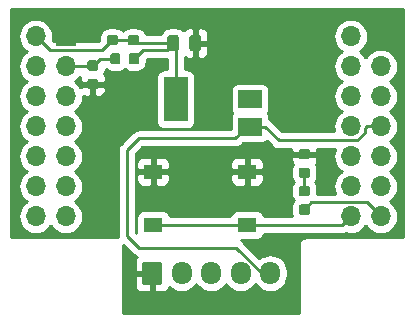
<source format=gbr>
G04 #@! TF.GenerationSoftware,KiCad,Pcbnew,6.0.0-rc1-unknown-bb2e402~66~ubuntu18.04.1*
G04 #@! TF.CreationDate,2019-04-16T15:47:46+02:00
G04 #@! TF.ProjectId,PentaESPConverter,50656e74-6145-4535-9043-6f6e76657274,rev?*
G04 #@! TF.SameCoordinates,Original*
G04 #@! TF.FileFunction,Copper,L2,Bot*
G04 #@! TF.FilePolarity,Positive*
%FSLAX46Y46*%
G04 Gerber Fmt 4.6, Leading zero omitted, Abs format (unit mm)*
G04 Created by KiCad (PCBNEW 6.0.0-rc1-unknown-bb2e402~66~ubuntu18.04.1) date Di 16 Apr 2019 15:47:46 CEST*
%MOMM*%
%LPD*%
G04 APERTURE LIST*
%ADD10C,0.100000*%
%ADD11C,0.875000*%
%ADD12O,1.700000X1.950000*%
%ADD13C,1.700000*%
%ADD14O,1.700000X1.700000*%
%ADD15R,1.700000X1.700000*%
%ADD16C,0.975000*%
%ADD17R,1.550000X1.300000*%
%ADD18R,2.000000X1.500000*%
%ADD19R,2.000000X3.800000*%
%ADD20C,0.250000*%
%ADD21C,0.254000*%
G04 APERTURE END LIST*
D10*
G36*
X143660691Y-110676053D02*
G01*
X143681926Y-110679203D01*
X143702750Y-110684419D01*
X143722962Y-110691651D01*
X143742368Y-110700830D01*
X143760781Y-110711866D01*
X143778024Y-110724654D01*
X143793930Y-110739070D01*
X143808346Y-110754976D01*
X143821134Y-110772219D01*
X143832170Y-110790632D01*
X143841349Y-110810038D01*
X143848581Y-110830250D01*
X143853797Y-110851074D01*
X143856947Y-110872309D01*
X143858000Y-110893750D01*
X143858000Y-111331250D01*
X143856947Y-111352691D01*
X143853797Y-111373926D01*
X143848581Y-111394750D01*
X143841349Y-111414962D01*
X143832170Y-111434368D01*
X143821134Y-111452781D01*
X143808346Y-111470024D01*
X143793930Y-111485930D01*
X143778024Y-111500346D01*
X143760781Y-111513134D01*
X143742368Y-111524170D01*
X143722962Y-111533349D01*
X143702750Y-111540581D01*
X143681926Y-111545797D01*
X143660691Y-111548947D01*
X143639250Y-111550000D01*
X143126750Y-111550000D01*
X143105309Y-111548947D01*
X143084074Y-111545797D01*
X143063250Y-111540581D01*
X143043038Y-111533349D01*
X143023632Y-111524170D01*
X143005219Y-111513134D01*
X142987976Y-111500346D01*
X142972070Y-111485930D01*
X142957654Y-111470024D01*
X142944866Y-111452781D01*
X142933830Y-111434368D01*
X142924651Y-111414962D01*
X142917419Y-111394750D01*
X142912203Y-111373926D01*
X142909053Y-111352691D01*
X142908000Y-111331250D01*
X142908000Y-110893750D01*
X142909053Y-110872309D01*
X142912203Y-110851074D01*
X142917419Y-110830250D01*
X142924651Y-110810038D01*
X142933830Y-110790632D01*
X142944866Y-110772219D01*
X142957654Y-110754976D01*
X142972070Y-110739070D01*
X142987976Y-110724654D01*
X143005219Y-110711866D01*
X143023632Y-110700830D01*
X143043038Y-110691651D01*
X143063250Y-110684419D01*
X143084074Y-110679203D01*
X143105309Y-110676053D01*
X143126750Y-110675000D01*
X143639250Y-110675000D01*
X143660691Y-110676053D01*
X143660691Y-110676053D01*
G37*
D11*
X143383000Y-111112500D03*
D10*
G36*
X143660691Y-109101053D02*
G01*
X143681926Y-109104203D01*
X143702750Y-109109419D01*
X143722962Y-109116651D01*
X143742368Y-109125830D01*
X143760781Y-109136866D01*
X143778024Y-109149654D01*
X143793930Y-109164070D01*
X143808346Y-109179976D01*
X143821134Y-109197219D01*
X143832170Y-109215632D01*
X143841349Y-109235038D01*
X143848581Y-109255250D01*
X143853797Y-109276074D01*
X143856947Y-109297309D01*
X143858000Y-109318750D01*
X143858000Y-109756250D01*
X143856947Y-109777691D01*
X143853797Y-109798926D01*
X143848581Y-109819750D01*
X143841349Y-109839962D01*
X143832170Y-109859368D01*
X143821134Y-109877781D01*
X143808346Y-109895024D01*
X143793930Y-109910930D01*
X143778024Y-109925346D01*
X143760781Y-109938134D01*
X143742368Y-109949170D01*
X143722962Y-109958349D01*
X143702750Y-109965581D01*
X143681926Y-109970797D01*
X143660691Y-109973947D01*
X143639250Y-109975000D01*
X143126750Y-109975000D01*
X143105309Y-109973947D01*
X143084074Y-109970797D01*
X143063250Y-109965581D01*
X143043038Y-109958349D01*
X143023632Y-109949170D01*
X143005219Y-109938134D01*
X142987976Y-109925346D01*
X142972070Y-109910930D01*
X142957654Y-109895024D01*
X142944866Y-109877781D01*
X142933830Y-109859368D01*
X142924651Y-109839962D01*
X142917419Y-109819750D01*
X142912203Y-109798926D01*
X142909053Y-109777691D01*
X142908000Y-109756250D01*
X142908000Y-109318750D01*
X142909053Y-109297309D01*
X142912203Y-109276074D01*
X142917419Y-109255250D01*
X142924651Y-109235038D01*
X142933830Y-109215632D01*
X142944866Y-109197219D01*
X142957654Y-109179976D01*
X142972070Y-109164070D01*
X142987976Y-109149654D01*
X143005219Y-109136866D01*
X143023632Y-109125830D01*
X143043038Y-109116651D01*
X143063250Y-109109419D01*
X143084074Y-109104203D01*
X143105309Y-109101053D01*
X143126750Y-109100000D01*
X143639250Y-109100000D01*
X143660691Y-109101053D01*
X143660691Y-109101053D01*
G37*
D11*
X143383000Y-109537500D03*
D12*
X140492500Y-119634000D03*
X137992500Y-119634000D03*
X135492500Y-119634000D03*
X132992500Y-119634000D03*
D10*
G36*
X131117004Y-118660204D02*
G01*
X131141273Y-118663804D01*
X131165071Y-118669765D01*
X131188171Y-118678030D01*
X131210349Y-118688520D01*
X131231393Y-118701133D01*
X131251098Y-118715747D01*
X131269277Y-118732223D01*
X131285753Y-118750402D01*
X131300367Y-118770107D01*
X131312980Y-118791151D01*
X131323470Y-118813329D01*
X131331735Y-118836429D01*
X131337696Y-118860227D01*
X131341296Y-118884496D01*
X131342500Y-118909000D01*
X131342500Y-120359000D01*
X131341296Y-120383504D01*
X131337696Y-120407773D01*
X131331735Y-120431571D01*
X131323470Y-120454671D01*
X131312980Y-120476849D01*
X131300367Y-120497893D01*
X131285753Y-120517598D01*
X131269277Y-120535777D01*
X131251098Y-120552253D01*
X131231393Y-120566867D01*
X131210349Y-120579480D01*
X131188171Y-120589970D01*
X131165071Y-120598235D01*
X131141273Y-120604196D01*
X131117004Y-120607796D01*
X131092500Y-120609000D01*
X129892500Y-120609000D01*
X129867996Y-120607796D01*
X129843727Y-120604196D01*
X129819929Y-120598235D01*
X129796829Y-120589970D01*
X129774651Y-120579480D01*
X129753607Y-120566867D01*
X129733902Y-120552253D01*
X129715723Y-120535777D01*
X129699247Y-120517598D01*
X129684633Y-120497893D01*
X129672020Y-120476849D01*
X129661530Y-120454671D01*
X129653265Y-120431571D01*
X129647304Y-120407773D01*
X129643704Y-120383504D01*
X129642500Y-120359000D01*
X129642500Y-118909000D01*
X129643704Y-118884496D01*
X129647304Y-118860227D01*
X129653265Y-118836429D01*
X129661530Y-118813329D01*
X129672020Y-118791151D01*
X129684633Y-118770107D01*
X129699247Y-118750402D01*
X129715723Y-118732223D01*
X129733902Y-118715747D01*
X129753607Y-118701133D01*
X129774651Y-118688520D01*
X129796829Y-118678030D01*
X129819929Y-118669765D01*
X129843727Y-118663804D01*
X129867996Y-118660204D01*
X129892500Y-118659000D01*
X131092500Y-118659000D01*
X131117004Y-118660204D01*
X131117004Y-118660204D01*
G37*
D13*
X130492500Y-119634000D03*
D14*
X120650000Y-114808000D03*
X123190000Y-114808000D03*
X120650000Y-112268000D03*
X123190000Y-112268000D03*
X120650000Y-109728000D03*
X123190000Y-109728000D03*
X120650000Y-107188000D03*
X123190000Y-107188000D03*
X120650000Y-104648000D03*
X123190000Y-104648000D03*
X120650000Y-102108000D03*
X123190000Y-102108000D03*
X120650000Y-99568000D03*
D15*
X123190000Y-99568000D03*
D14*
X147320000Y-114808000D03*
X149860000Y-114808000D03*
X147320000Y-112268000D03*
X149860000Y-112268000D03*
X147320000Y-109728000D03*
X149860000Y-109728000D03*
X147320000Y-107188000D03*
X149860000Y-107188000D03*
X147320000Y-104648000D03*
X149860000Y-104648000D03*
X147320000Y-102108000D03*
X149860000Y-102108000D03*
X147320000Y-99568000D03*
D15*
X149860000Y-99568000D03*
D10*
G36*
X132538142Y-99440674D02*
G01*
X132561803Y-99444184D01*
X132585007Y-99449996D01*
X132607529Y-99458054D01*
X132629153Y-99468282D01*
X132649670Y-99480579D01*
X132668883Y-99494829D01*
X132686607Y-99510893D01*
X132702671Y-99528617D01*
X132716921Y-99547830D01*
X132729218Y-99568347D01*
X132739446Y-99589971D01*
X132747504Y-99612493D01*
X132753316Y-99635697D01*
X132756826Y-99659358D01*
X132758000Y-99683250D01*
X132758000Y-100595750D01*
X132756826Y-100619642D01*
X132753316Y-100643303D01*
X132747504Y-100666507D01*
X132739446Y-100689029D01*
X132729218Y-100710653D01*
X132716921Y-100731170D01*
X132702671Y-100750383D01*
X132686607Y-100768107D01*
X132668883Y-100784171D01*
X132649670Y-100798421D01*
X132629153Y-100810718D01*
X132607529Y-100820946D01*
X132585007Y-100829004D01*
X132561803Y-100834816D01*
X132538142Y-100838326D01*
X132514250Y-100839500D01*
X132026750Y-100839500D01*
X132002858Y-100838326D01*
X131979197Y-100834816D01*
X131955993Y-100829004D01*
X131933471Y-100820946D01*
X131911847Y-100810718D01*
X131891330Y-100798421D01*
X131872117Y-100784171D01*
X131854393Y-100768107D01*
X131838329Y-100750383D01*
X131824079Y-100731170D01*
X131811782Y-100710653D01*
X131801554Y-100689029D01*
X131793496Y-100666507D01*
X131787684Y-100643303D01*
X131784174Y-100619642D01*
X131783000Y-100595750D01*
X131783000Y-99683250D01*
X131784174Y-99659358D01*
X131787684Y-99635697D01*
X131793496Y-99612493D01*
X131801554Y-99589971D01*
X131811782Y-99568347D01*
X131824079Y-99547830D01*
X131838329Y-99528617D01*
X131854393Y-99510893D01*
X131872117Y-99494829D01*
X131891330Y-99480579D01*
X131911847Y-99468282D01*
X131933471Y-99458054D01*
X131955993Y-99449996D01*
X131979197Y-99444184D01*
X132002858Y-99440674D01*
X132026750Y-99439500D01*
X132514250Y-99439500D01*
X132538142Y-99440674D01*
X132538142Y-99440674D01*
G37*
D16*
X132270500Y-100139500D03*
D10*
G36*
X134413142Y-99440674D02*
G01*
X134436803Y-99444184D01*
X134460007Y-99449996D01*
X134482529Y-99458054D01*
X134504153Y-99468282D01*
X134524670Y-99480579D01*
X134543883Y-99494829D01*
X134561607Y-99510893D01*
X134577671Y-99528617D01*
X134591921Y-99547830D01*
X134604218Y-99568347D01*
X134614446Y-99589971D01*
X134622504Y-99612493D01*
X134628316Y-99635697D01*
X134631826Y-99659358D01*
X134633000Y-99683250D01*
X134633000Y-100595750D01*
X134631826Y-100619642D01*
X134628316Y-100643303D01*
X134622504Y-100666507D01*
X134614446Y-100689029D01*
X134604218Y-100710653D01*
X134591921Y-100731170D01*
X134577671Y-100750383D01*
X134561607Y-100768107D01*
X134543883Y-100784171D01*
X134524670Y-100798421D01*
X134504153Y-100810718D01*
X134482529Y-100820946D01*
X134460007Y-100829004D01*
X134436803Y-100834816D01*
X134413142Y-100838326D01*
X134389250Y-100839500D01*
X133901750Y-100839500D01*
X133877858Y-100838326D01*
X133854197Y-100834816D01*
X133830993Y-100829004D01*
X133808471Y-100820946D01*
X133786847Y-100810718D01*
X133766330Y-100798421D01*
X133747117Y-100784171D01*
X133729393Y-100768107D01*
X133713329Y-100750383D01*
X133699079Y-100731170D01*
X133686782Y-100710653D01*
X133676554Y-100689029D01*
X133668496Y-100666507D01*
X133662684Y-100643303D01*
X133659174Y-100619642D01*
X133658000Y-100595750D01*
X133658000Y-99683250D01*
X133659174Y-99659358D01*
X133662684Y-99635697D01*
X133668496Y-99612493D01*
X133676554Y-99589971D01*
X133686782Y-99568347D01*
X133699079Y-99547830D01*
X133713329Y-99528617D01*
X133729393Y-99510893D01*
X133747117Y-99494829D01*
X133766330Y-99480579D01*
X133786847Y-99468282D01*
X133808471Y-99458054D01*
X133830993Y-99449996D01*
X133854197Y-99444184D01*
X133877858Y-99440674D01*
X133901750Y-99439500D01*
X134389250Y-99439500D01*
X134413142Y-99440674D01*
X134413142Y-99440674D01*
G37*
D16*
X134145500Y-100139500D03*
D10*
G36*
X143660691Y-113800053D02*
G01*
X143681926Y-113803203D01*
X143702750Y-113808419D01*
X143722962Y-113815651D01*
X143742368Y-113824830D01*
X143760781Y-113835866D01*
X143778024Y-113848654D01*
X143793930Y-113863070D01*
X143808346Y-113878976D01*
X143821134Y-113896219D01*
X143832170Y-113914632D01*
X143841349Y-113934038D01*
X143848581Y-113954250D01*
X143853797Y-113975074D01*
X143856947Y-113996309D01*
X143858000Y-114017750D01*
X143858000Y-114455250D01*
X143856947Y-114476691D01*
X143853797Y-114497926D01*
X143848581Y-114518750D01*
X143841349Y-114538962D01*
X143832170Y-114558368D01*
X143821134Y-114576781D01*
X143808346Y-114594024D01*
X143793930Y-114609930D01*
X143778024Y-114624346D01*
X143760781Y-114637134D01*
X143742368Y-114648170D01*
X143722962Y-114657349D01*
X143702750Y-114664581D01*
X143681926Y-114669797D01*
X143660691Y-114672947D01*
X143639250Y-114674000D01*
X143126750Y-114674000D01*
X143105309Y-114672947D01*
X143084074Y-114669797D01*
X143063250Y-114664581D01*
X143043038Y-114657349D01*
X143023632Y-114648170D01*
X143005219Y-114637134D01*
X142987976Y-114624346D01*
X142972070Y-114609930D01*
X142957654Y-114594024D01*
X142944866Y-114576781D01*
X142933830Y-114558368D01*
X142924651Y-114538962D01*
X142917419Y-114518750D01*
X142912203Y-114497926D01*
X142909053Y-114476691D01*
X142908000Y-114455250D01*
X142908000Y-114017750D01*
X142909053Y-113996309D01*
X142912203Y-113975074D01*
X142917419Y-113954250D01*
X142924651Y-113934038D01*
X142933830Y-113914632D01*
X142944866Y-113896219D01*
X142957654Y-113878976D01*
X142972070Y-113863070D01*
X142987976Y-113848654D01*
X143005219Y-113835866D01*
X143023632Y-113824830D01*
X143043038Y-113815651D01*
X143063250Y-113808419D01*
X143084074Y-113803203D01*
X143105309Y-113800053D01*
X143126750Y-113799000D01*
X143639250Y-113799000D01*
X143660691Y-113800053D01*
X143660691Y-113800053D01*
G37*
D11*
X143383000Y-114236500D03*
D10*
G36*
X143660691Y-112225053D02*
G01*
X143681926Y-112228203D01*
X143702750Y-112233419D01*
X143722962Y-112240651D01*
X143742368Y-112249830D01*
X143760781Y-112260866D01*
X143778024Y-112273654D01*
X143793930Y-112288070D01*
X143808346Y-112303976D01*
X143821134Y-112321219D01*
X143832170Y-112339632D01*
X143841349Y-112359038D01*
X143848581Y-112379250D01*
X143853797Y-112400074D01*
X143856947Y-112421309D01*
X143858000Y-112442750D01*
X143858000Y-112880250D01*
X143856947Y-112901691D01*
X143853797Y-112922926D01*
X143848581Y-112943750D01*
X143841349Y-112963962D01*
X143832170Y-112983368D01*
X143821134Y-113001781D01*
X143808346Y-113019024D01*
X143793930Y-113034930D01*
X143778024Y-113049346D01*
X143760781Y-113062134D01*
X143742368Y-113073170D01*
X143722962Y-113082349D01*
X143702750Y-113089581D01*
X143681926Y-113094797D01*
X143660691Y-113097947D01*
X143639250Y-113099000D01*
X143126750Y-113099000D01*
X143105309Y-113097947D01*
X143084074Y-113094797D01*
X143063250Y-113089581D01*
X143043038Y-113082349D01*
X143023632Y-113073170D01*
X143005219Y-113062134D01*
X142987976Y-113049346D01*
X142972070Y-113034930D01*
X142957654Y-113019024D01*
X142944866Y-113001781D01*
X142933830Y-112983368D01*
X142924651Y-112963962D01*
X142917419Y-112943750D01*
X142912203Y-112922926D01*
X142909053Y-112901691D01*
X142908000Y-112880250D01*
X142908000Y-112442750D01*
X142909053Y-112421309D01*
X142912203Y-112400074D01*
X142917419Y-112379250D01*
X142924651Y-112359038D01*
X142933830Y-112339632D01*
X142944866Y-112321219D01*
X142957654Y-112303976D01*
X142972070Y-112288070D01*
X142987976Y-112273654D01*
X143005219Y-112260866D01*
X143023632Y-112249830D01*
X143043038Y-112240651D01*
X143063250Y-112233419D01*
X143084074Y-112228203D01*
X143105309Y-112225053D01*
X143126750Y-112224000D01*
X143639250Y-112224000D01*
X143660691Y-112225053D01*
X143660691Y-112225053D01*
G37*
D11*
X143383000Y-112661500D03*
D17*
X138531500Y-111034000D03*
X130581500Y-111034000D03*
X138531500Y-115534000D03*
X130581500Y-115534000D03*
D10*
G36*
X127621191Y-100999053D02*
G01*
X127642426Y-101002203D01*
X127663250Y-101007419D01*
X127683462Y-101014651D01*
X127702868Y-101023830D01*
X127721281Y-101034866D01*
X127738524Y-101047654D01*
X127754430Y-101062070D01*
X127768846Y-101077976D01*
X127781634Y-101095219D01*
X127792670Y-101113632D01*
X127801849Y-101133038D01*
X127809081Y-101153250D01*
X127814297Y-101174074D01*
X127817447Y-101195309D01*
X127818500Y-101216750D01*
X127818500Y-101729250D01*
X127817447Y-101750691D01*
X127814297Y-101771926D01*
X127809081Y-101792750D01*
X127801849Y-101812962D01*
X127792670Y-101832368D01*
X127781634Y-101850781D01*
X127768846Y-101868024D01*
X127754430Y-101883930D01*
X127738524Y-101898346D01*
X127721281Y-101911134D01*
X127702868Y-101922170D01*
X127683462Y-101931349D01*
X127663250Y-101938581D01*
X127642426Y-101943797D01*
X127621191Y-101946947D01*
X127599750Y-101948000D01*
X127162250Y-101948000D01*
X127140809Y-101946947D01*
X127119574Y-101943797D01*
X127098750Y-101938581D01*
X127078538Y-101931349D01*
X127059132Y-101922170D01*
X127040719Y-101911134D01*
X127023476Y-101898346D01*
X127007570Y-101883930D01*
X126993154Y-101868024D01*
X126980366Y-101850781D01*
X126969330Y-101832368D01*
X126960151Y-101812962D01*
X126952919Y-101792750D01*
X126947703Y-101771926D01*
X126944553Y-101750691D01*
X126943500Y-101729250D01*
X126943500Y-101216750D01*
X126944553Y-101195309D01*
X126947703Y-101174074D01*
X126952919Y-101153250D01*
X126960151Y-101133038D01*
X126969330Y-101113632D01*
X126980366Y-101095219D01*
X126993154Y-101077976D01*
X127007570Y-101062070D01*
X127023476Y-101047654D01*
X127040719Y-101034866D01*
X127059132Y-101023830D01*
X127078538Y-101014651D01*
X127098750Y-101007419D01*
X127119574Y-101002203D01*
X127140809Y-100999053D01*
X127162250Y-100998000D01*
X127599750Y-100998000D01*
X127621191Y-100999053D01*
X127621191Y-100999053D01*
G37*
D11*
X127381000Y-101473000D03*
D10*
G36*
X129196191Y-100999053D02*
G01*
X129217426Y-101002203D01*
X129238250Y-101007419D01*
X129258462Y-101014651D01*
X129277868Y-101023830D01*
X129296281Y-101034866D01*
X129313524Y-101047654D01*
X129329430Y-101062070D01*
X129343846Y-101077976D01*
X129356634Y-101095219D01*
X129367670Y-101113632D01*
X129376849Y-101133038D01*
X129384081Y-101153250D01*
X129389297Y-101174074D01*
X129392447Y-101195309D01*
X129393500Y-101216750D01*
X129393500Y-101729250D01*
X129392447Y-101750691D01*
X129389297Y-101771926D01*
X129384081Y-101792750D01*
X129376849Y-101812962D01*
X129367670Y-101832368D01*
X129356634Y-101850781D01*
X129343846Y-101868024D01*
X129329430Y-101883930D01*
X129313524Y-101898346D01*
X129296281Y-101911134D01*
X129277868Y-101922170D01*
X129258462Y-101931349D01*
X129238250Y-101938581D01*
X129217426Y-101943797D01*
X129196191Y-101946947D01*
X129174750Y-101948000D01*
X128737250Y-101948000D01*
X128715809Y-101946947D01*
X128694574Y-101943797D01*
X128673750Y-101938581D01*
X128653538Y-101931349D01*
X128634132Y-101922170D01*
X128615719Y-101911134D01*
X128598476Y-101898346D01*
X128582570Y-101883930D01*
X128568154Y-101868024D01*
X128555366Y-101850781D01*
X128544330Y-101832368D01*
X128535151Y-101812962D01*
X128527919Y-101792750D01*
X128522703Y-101771926D01*
X128519553Y-101750691D01*
X128518500Y-101729250D01*
X128518500Y-101216750D01*
X128519553Y-101195309D01*
X128522703Y-101174074D01*
X128527919Y-101153250D01*
X128535151Y-101133038D01*
X128544330Y-101113632D01*
X128555366Y-101095219D01*
X128568154Y-101077976D01*
X128582570Y-101062070D01*
X128598476Y-101047654D01*
X128615719Y-101034866D01*
X128634132Y-101023830D01*
X128653538Y-101014651D01*
X128673750Y-101007419D01*
X128694574Y-101002203D01*
X128715809Y-100999053D01*
X128737250Y-100998000D01*
X129174750Y-100998000D01*
X129196191Y-100999053D01*
X129196191Y-100999053D01*
G37*
D11*
X128956000Y-101473000D03*
D10*
G36*
X127404691Y-99449053D02*
G01*
X127425926Y-99452203D01*
X127446750Y-99457419D01*
X127466962Y-99464651D01*
X127486368Y-99473830D01*
X127504781Y-99484866D01*
X127522024Y-99497654D01*
X127537930Y-99512070D01*
X127552346Y-99527976D01*
X127565134Y-99545219D01*
X127576170Y-99563632D01*
X127585349Y-99583038D01*
X127592581Y-99603250D01*
X127597797Y-99624074D01*
X127600947Y-99645309D01*
X127602000Y-99666750D01*
X127602000Y-100104250D01*
X127600947Y-100125691D01*
X127597797Y-100146926D01*
X127592581Y-100167750D01*
X127585349Y-100187962D01*
X127576170Y-100207368D01*
X127565134Y-100225781D01*
X127552346Y-100243024D01*
X127537930Y-100258930D01*
X127522024Y-100273346D01*
X127504781Y-100286134D01*
X127486368Y-100297170D01*
X127466962Y-100306349D01*
X127446750Y-100313581D01*
X127425926Y-100318797D01*
X127404691Y-100321947D01*
X127383250Y-100323000D01*
X126870750Y-100323000D01*
X126849309Y-100321947D01*
X126828074Y-100318797D01*
X126807250Y-100313581D01*
X126787038Y-100306349D01*
X126767632Y-100297170D01*
X126749219Y-100286134D01*
X126731976Y-100273346D01*
X126716070Y-100258930D01*
X126701654Y-100243024D01*
X126688866Y-100225781D01*
X126677830Y-100207368D01*
X126668651Y-100187962D01*
X126661419Y-100167750D01*
X126656203Y-100146926D01*
X126653053Y-100125691D01*
X126652000Y-100104250D01*
X126652000Y-99666750D01*
X126653053Y-99645309D01*
X126656203Y-99624074D01*
X126661419Y-99603250D01*
X126668651Y-99583038D01*
X126677830Y-99563632D01*
X126688866Y-99545219D01*
X126701654Y-99527976D01*
X126716070Y-99512070D01*
X126731976Y-99497654D01*
X126749219Y-99484866D01*
X126767632Y-99473830D01*
X126787038Y-99464651D01*
X126807250Y-99457419D01*
X126828074Y-99452203D01*
X126849309Y-99449053D01*
X126870750Y-99448000D01*
X127383250Y-99448000D01*
X127404691Y-99449053D01*
X127404691Y-99449053D01*
G37*
D11*
X127127000Y-99885500D03*
D10*
G36*
X127404691Y-97874053D02*
G01*
X127425926Y-97877203D01*
X127446750Y-97882419D01*
X127466962Y-97889651D01*
X127486368Y-97898830D01*
X127504781Y-97909866D01*
X127522024Y-97922654D01*
X127537930Y-97937070D01*
X127552346Y-97952976D01*
X127565134Y-97970219D01*
X127576170Y-97988632D01*
X127585349Y-98008038D01*
X127592581Y-98028250D01*
X127597797Y-98049074D01*
X127600947Y-98070309D01*
X127602000Y-98091750D01*
X127602000Y-98529250D01*
X127600947Y-98550691D01*
X127597797Y-98571926D01*
X127592581Y-98592750D01*
X127585349Y-98612962D01*
X127576170Y-98632368D01*
X127565134Y-98650781D01*
X127552346Y-98668024D01*
X127537930Y-98683930D01*
X127522024Y-98698346D01*
X127504781Y-98711134D01*
X127486368Y-98722170D01*
X127466962Y-98731349D01*
X127446750Y-98738581D01*
X127425926Y-98743797D01*
X127404691Y-98746947D01*
X127383250Y-98748000D01*
X126870750Y-98748000D01*
X126849309Y-98746947D01*
X126828074Y-98743797D01*
X126807250Y-98738581D01*
X126787038Y-98731349D01*
X126767632Y-98722170D01*
X126749219Y-98711134D01*
X126731976Y-98698346D01*
X126716070Y-98683930D01*
X126701654Y-98668024D01*
X126688866Y-98650781D01*
X126677830Y-98632368D01*
X126668651Y-98612962D01*
X126661419Y-98592750D01*
X126656203Y-98571926D01*
X126653053Y-98550691D01*
X126652000Y-98529250D01*
X126652000Y-98091750D01*
X126653053Y-98070309D01*
X126656203Y-98049074D01*
X126661419Y-98028250D01*
X126668651Y-98008038D01*
X126677830Y-97988632D01*
X126688866Y-97970219D01*
X126701654Y-97952976D01*
X126716070Y-97937070D01*
X126731976Y-97922654D01*
X126749219Y-97909866D01*
X126767632Y-97898830D01*
X126787038Y-97889651D01*
X126807250Y-97882419D01*
X126828074Y-97877203D01*
X126849309Y-97874053D01*
X126870750Y-97873000D01*
X127383250Y-97873000D01*
X127404691Y-97874053D01*
X127404691Y-97874053D01*
G37*
D11*
X127127000Y-98310500D03*
D10*
G36*
X129182691Y-99449053D02*
G01*
X129203926Y-99452203D01*
X129224750Y-99457419D01*
X129244962Y-99464651D01*
X129264368Y-99473830D01*
X129282781Y-99484866D01*
X129300024Y-99497654D01*
X129315930Y-99512070D01*
X129330346Y-99527976D01*
X129343134Y-99545219D01*
X129354170Y-99563632D01*
X129363349Y-99583038D01*
X129370581Y-99603250D01*
X129375797Y-99624074D01*
X129378947Y-99645309D01*
X129380000Y-99666750D01*
X129380000Y-100104250D01*
X129378947Y-100125691D01*
X129375797Y-100146926D01*
X129370581Y-100167750D01*
X129363349Y-100187962D01*
X129354170Y-100207368D01*
X129343134Y-100225781D01*
X129330346Y-100243024D01*
X129315930Y-100258930D01*
X129300024Y-100273346D01*
X129282781Y-100286134D01*
X129264368Y-100297170D01*
X129244962Y-100306349D01*
X129224750Y-100313581D01*
X129203926Y-100318797D01*
X129182691Y-100321947D01*
X129161250Y-100323000D01*
X128648750Y-100323000D01*
X128627309Y-100321947D01*
X128606074Y-100318797D01*
X128585250Y-100313581D01*
X128565038Y-100306349D01*
X128545632Y-100297170D01*
X128527219Y-100286134D01*
X128509976Y-100273346D01*
X128494070Y-100258930D01*
X128479654Y-100243024D01*
X128466866Y-100225781D01*
X128455830Y-100207368D01*
X128446651Y-100187962D01*
X128439419Y-100167750D01*
X128434203Y-100146926D01*
X128431053Y-100125691D01*
X128430000Y-100104250D01*
X128430000Y-99666750D01*
X128431053Y-99645309D01*
X128434203Y-99624074D01*
X128439419Y-99603250D01*
X128446651Y-99583038D01*
X128455830Y-99563632D01*
X128466866Y-99545219D01*
X128479654Y-99527976D01*
X128494070Y-99512070D01*
X128509976Y-99497654D01*
X128527219Y-99484866D01*
X128545632Y-99473830D01*
X128565038Y-99464651D01*
X128585250Y-99457419D01*
X128606074Y-99452203D01*
X128627309Y-99449053D01*
X128648750Y-99448000D01*
X129161250Y-99448000D01*
X129182691Y-99449053D01*
X129182691Y-99449053D01*
G37*
D11*
X128905000Y-99885500D03*
D10*
G36*
X129182691Y-97874053D02*
G01*
X129203926Y-97877203D01*
X129224750Y-97882419D01*
X129244962Y-97889651D01*
X129264368Y-97898830D01*
X129282781Y-97909866D01*
X129300024Y-97922654D01*
X129315930Y-97937070D01*
X129330346Y-97952976D01*
X129343134Y-97970219D01*
X129354170Y-97988632D01*
X129363349Y-98008038D01*
X129370581Y-98028250D01*
X129375797Y-98049074D01*
X129378947Y-98070309D01*
X129380000Y-98091750D01*
X129380000Y-98529250D01*
X129378947Y-98550691D01*
X129375797Y-98571926D01*
X129370581Y-98592750D01*
X129363349Y-98612962D01*
X129354170Y-98632368D01*
X129343134Y-98650781D01*
X129330346Y-98668024D01*
X129315930Y-98683930D01*
X129300024Y-98698346D01*
X129282781Y-98711134D01*
X129264368Y-98722170D01*
X129244962Y-98731349D01*
X129224750Y-98738581D01*
X129203926Y-98743797D01*
X129182691Y-98746947D01*
X129161250Y-98748000D01*
X128648750Y-98748000D01*
X128627309Y-98746947D01*
X128606074Y-98743797D01*
X128585250Y-98738581D01*
X128565038Y-98731349D01*
X128545632Y-98722170D01*
X128527219Y-98711134D01*
X128509976Y-98698346D01*
X128494070Y-98683930D01*
X128479654Y-98668024D01*
X128466866Y-98650781D01*
X128455830Y-98632368D01*
X128446651Y-98612962D01*
X128439419Y-98592750D01*
X128434203Y-98571926D01*
X128431053Y-98550691D01*
X128430000Y-98529250D01*
X128430000Y-98091750D01*
X128431053Y-98070309D01*
X128434203Y-98049074D01*
X128439419Y-98028250D01*
X128446651Y-98008038D01*
X128455830Y-97988632D01*
X128466866Y-97970219D01*
X128479654Y-97952976D01*
X128494070Y-97937070D01*
X128509976Y-97922654D01*
X128527219Y-97909866D01*
X128545632Y-97898830D01*
X128565038Y-97889651D01*
X128585250Y-97882419D01*
X128606074Y-97877203D01*
X128627309Y-97874053D01*
X128648750Y-97873000D01*
X129161250Y-97873000D01*
X129182691Y-97874053D01*
X129182691Y-97874053D01*
G37*
D11*
X128905000Y-98310500D03*
D10*
G36*
X125753691Y-103183053D02*
G01*
X125774926Y-103186203D01*
X125795750Y-103191419D01*
X125815962Y-103198651D01*
X125835368Y-103207830D01*
X125853781Y-103218866D01*
X125871024Y-103231654D01*
X125886930Y-103246070D01*
X125901346Y-103261976D01*
X125914134Y-103279219D01*
X125925170Y-103297632D01*
X125934349Y-103317038D01*
X125941581Y-103337250D01*
X125946797Y-103358074D01*
X125949947Y-103379309D01*
X125951000Y-103400750D01*
X125951000Y-103838250D01*
X125949947Y-103859691D01*
X125946797Y-103880926D01*
X125941581Y-103901750D01*
X125934349Y-103921962D01*
X125925170Y-103941368D01*
X125914134Y-103959781D01*
X125901346Y-103977024D01*
X125886930Y-103992930D01*
X125871024Y-104007346D01*
X125853781Y-104020134D01*
X125835368Y-104031170D01*
X125815962Y-104040349D01*
X125795750Y-104047581D01*
X125774926Y-104052797D01*
X125753691Y-104055947D01*
X125732250Y-104057000D01*
X125219750Y-104057000D01*
X125198309Y-104055947D01*
X125177074Y-104052797D01*
X125156250Y-104047581D01*
X125136038Y-104040349D01*
X125116632Y-104031170D01*
X125098219Y-104020134D01*
X125080976Y-104007346D01*
X125065070Y-103992930D01*
X125050654Y-103977024D01*
X125037866Y-103959781D01*
X125026830Y-103941368D01*
X125017651Y-103921962D01*
X125010419Y-103901750D01*
X125005203Y-103880926D01*
X125002053Y-103859691D01*
X125001000Y-103838250D01*
X125001000Y-103400750D01*
X125002053Y-103379309D01*
X125005203Y-103358074D01*
X125010419Y-103337250D01*
X125017651Y-103317038D01*
X125026830Y-103297632D01*
X125037866Y-103279219D01*
X125050654Y-103261976D01*
X125065070Y-103246070D01*
X125080976Y-103231654D01*
X125098219Y-103218866D01*
X125116632Y-103207830D01*
X125136038Y-103198651D01*
X125156250Y-103191419D01*
X125177074Y-103186203D01*
X125198309Y-103183053D01*
X125219750Y-103182000D01*
X125732250Y-103182000D01*
X125753691Y-103183053D01*
X125753691Y-103183053D01*
G37*
D11*
X125476000Y-103619500D03*
D10*
G36*
X125753691Y-101608053D02*
G01*
X125774926Y-101611203D01*
X125795750Y-101616419D01*
X125815962Y-101623651D01*
X125835368Y-101632830D01*
X125853781Y-101643866D01*
X125871024Y-101656654D01*
X125886930Y-101671070D01*
X125901346Y-101686976D01*
X125914134Y-101704219D01*
X125925170Y-101722632D01*
X125934349Y-101742038D01*
X125941581Y-101762250D01*
X125946797Y-101783074D01*
X125949947Y-101804309D01*
X125951000Y-101825750D01*
X125951000Y-102263250D01*
X125949947Y-102284691D01*
X125946797Y-102305926D01*
X125941581Y-102326750D01*
X125934349Y-102346962D01*
X125925170Y-102366368D01*
X125914134Y-102384781D01*
X125901346Y-102402024D01*
X125886930Y-102417930D01*
X125871024Y-102432346D01*
X125853781Y-102445134D01*
X125835368Y-102456170D01*
X125815962Y-102465349D01*
X125795750Y-102472581D01*
X125774926Y-102477797D01*
X125753691Y-102480947D01*
X125732250Y-102482000D01*
X125219750Y-102482000D01*
X125198309Y-102480947D01*
X125177074Y-102477797D01*
X125156250Y-102472581D01*
X125136038Y-102465349D01*
X125116632Y-102456170D01*
X125098219Y-102445134D01*
X125080976Y-102432346D01*
X125065070Y-102417930D01*
X125050654Y-102402024D01*
X125037866Y-102384781D01*
X125026830Y-102366368D01*
X125017651Y-102346962D01*
X125010419Y-102326750D01*
X125005203Y-102305926D01*
X125002053Y-102284691D01*
X125001000Y-102263250D01*
X125001000Y-101825750D01*
X125002053Y-101804309D01*
X125005203Y-101783074D01*
X125010419Y-101762250D01*
X125017651Y-101742038D01*
X125026830Y-101722632D01*
X125037866Y-101704219D01*
X125050654Y-101686976D01*
X125065070Y-101671070D01*
X125080976Y-101656654D01*
X125098219Y-101643866D01*
X125116632Y-101632830D01*
X125136038Y-101623651D01*
X125156250Y-101616419D01*
X125177074Y-101611203D01*
X125198309Y-101608053D01*
X125219750Y-101607000D01*
X125732250Y-101607000D01*
X125753691Y-101608053D01*
X125753691Y-101608053D01*
G37*
D11*
X125476000Y-102044500D03*
D18*
X138786000Y-102602000D03*
X138786000Y-107202000D03*
X138786000Y-104902000D03*
D19*
X132486000Y-104902000D03*
D20*
X123317000Y-102235000D02*
X123190000Y-102108000D01*
X126047500Y-101473000D02*
X125476000Y-102044500D01*
X127381000Y-101473000D02*
X126047500Y-101473000D01*
X123253500Y-102044500D02*
X123190000Y-102108000D01*
X125476000Y-102044500D02*
X123253500Y-102044500D01*
X131606500Y-115534000D02*
X138531500Y-115534000D01*
X130581500Y-115534000D02*
X131606500Y-115534000D01*
X146594000Y-115534000D02*
X147320000Y-114808000D01*
X138531500Y-115534000D02*
X146594000Y-115534000D01*
X149010001Y-113958001D02*
X149860000Y-114808000D01*
X148684999Y-113632999D02*
X149010001Y-113958001D01*
X143986501Y-113632999D02*
X148684999Y-113632999D01*
X143383000Y-114236500D02*
X143986501Y-113632999D01*
X132486000Y-104902000D02*
X132486000Y-103593500D01*
X132486000Y-104902000D02*
X132486000Y-104002000D01*
X132486000Y-100355000D02*
X132270500Y-100139500D01*
X132486000Y-104902000D02*
X132486000Y-100355000D01*
X127381000Y-100139500D02*
X127127000Y-99885500D01*
X129159000Y-100139500D02*
X128905000Y-99885500D01*
X132270500Y-100139500D02*
X129159000Y-100139500D01*
X128905000Y-99885500D02*
X127127000Y-99885500D01*
X121825001Y-100743001D02*
X121499999Y-100417999D01*
X121499999Y-100417999D02*
X120650000Y-99568000D01*
X126269499Y-100743001D02*
X121825001Y-100743001D01*
X127127000Y-99885500D02*
X126269499Y-100743001D01*
X129733263Y-100695737D02*
X128956000Y-101473000D01*
X132270500Y-100139500D02*
X131714263Y-100695737D01*
X131714263Y-100695737D02*
X129733263Y-100695737D01*
X140036000Y-107202000D02*
X138786000Y-107202000D01*
X141197001Y-108363001D02*
X140036000Y-107202000D01*
X147884001Y-108363001D02*
X141197001Y-108363001D01*
X148495001Y-107752001D02*
X147884001Y-108363001D01*
X148495001Y-107350918D02*
X148495001Y-107752001D01*
X148657919Y-107188000D02*
X148495001Y-107350918D01*
X149860000Y-107188000D02*
X148657919Y-107188000D01*
X138536000Y-107202000D02*
X138786000Y-107202000D01*
X137534000Y-108204000D02*
X138536000Y-107202000D01*
X139779215Y-119634000D02*
X137620215Y-117475000D01*
X137620215Y-117475000D02*
X129349500Y-117475000D01*
X129349500Y-108204000D02*
X137534000Y-108204000D01*
X129349500Y-117475000D02*
X128333500Y-116459000D01*
X140492500Y-119634000D02*
X139779215Y-119634000D01*
X128333500Y-116459000D02*
X128333500Y-109220000D01*
X128333500Y-109220000D02*
X129349500Y-108204000D01*
X143383000Y-112661500D02*
X143383000Y-111112500D01*
D21*
G36*
X151740001Y-116561000D02*
G01*
X143605919Y-116561000D01*
X143573500Y-116557807D01*
X143541081Y-116561000D01*
X143444117Y-116570550D01*
X143319707Y-116608290D01*
X143205050Y-116669575D01*
X143104552Y-116752052D01*
X143022075Y-116852550D01*
X142960790Y-116967207D01*
X142923050Y-117091617D01*
X142910307Y-117221000D01*
X142913500Y-117253419D01*
X142913501Y-122974500D01*
X128041000Y-122974500D01*
X128041000Y-119919750D01*
X129007500Y-119919750D01*
X129007500Y-120671542D01*
X129031903Y-120794223D01*
X129079770Y-120909785D01*
X129149263Y-121013789D01*
X129237711Y-121102237D01*
X129341715Y-121171730D01*
X129457277Y-121219597D01*
X129579958Y-121244000D01*
X130206750Y-121244000D01*
X130365500Y-121085250D01*
X130365500Y-119761000D01*
X129166250Y-119761000D01*
X129007500Y-119919750D01*
X128041000Y-119919750D01*
X128041000Y-117253419D01*
X128042087Y-117242388D01*
X128785700Y-117986002D01*
X128809499Y-118015001D01*
X128838497Y-118038799D01*
X128925223Y-118109974D01*
X129029596Y-118165763D01*
X129057253Y-118180546D01*
X129184369Y-118219105D01*
X129149263Y-118254211D01*
X129079770Y-118358215D01*
X129031903Y-118473777D01*
X129007500Y-118596458D01*
X129007500Y-119348250D01*
X129166250Y-119507000D01*
X130365500Y-119507000D01*
X130365500Y-119487000D01*
X130619500Y-119487000D01*
X130619500Y-119507000D01*
X130639500Y-119507000D01*
X130639500Y-119761000D01*
X130619500Y-119761000D01*
X130619500Y-121085250D01*
X130778250Y-121244000D01*
X131405042Y-121244000D01*
X131527723Y-121219597D01*
X131643285Y-121171730D01*
X131747289Y-121102237D01*
X131835737Y-121013789D01*
X131905230Y-120909785D01*
X131942951Y-120818718D01*
X132163487Y-120999706D01*
X132421467Y-121137599D01*
X132701390Y-121222513D01*
X132992500Y-121251185D01*
X133283611Y-121222513D01*
X133563534Y-121137599D01*
X133821514Y-120999706D01*
X134047634Y-120814134D01*
X134233206Y-120588014D01*
X134242500Y-120570626D01*
X134251794Y-120588014D01*
X134437366Y-120814134D01*
X134663487Y-120999706D01*
X134921467Y-121137599D01*
X135201390Y-121222513D01*
X135492500Y-121251185D01*
X135783611Y-121222513D01*
X136063534Y-121137599D01*
X136321514Y-120999706D01*
X136547634Y-120814134D01*
X136733206Y-120588014D01*
X136742500Y-120570626D01*
X136751794Y-120588014D01*
X136937366Y-120814134D01*
X137163487Y-120999706D01*
X137421467Y-121137599D01*
X137701390Y-121222513D01*
X137992500Y-121251185D01*
X138283611Y-121222513D01*
X138563534Y-121137599D01*
X138821514Y-120999706D01*
X139047634Y-120814134D01*
X139233206Y-120588014D01*
X139242500Y-120570626D01*
X139251794Y-120588014D01*
X139437366Y-120814134D01*
X139663487Y-120999706D01*
X139921467Y-121137599D01*
X140201390Y-121222513D01*
X140492500Y-121251185D01*
X140783611Y-121222513D01*
X141063534Y-121137599D01*
X141321514Y-120999706D01*
X141547634Y-120814134D01*
X141733206Y-120588014D01*
X141871099Y-120330033D01*
X141956013Y-120050110D01*
X141977500Y-119831949D01*
X141977500Y-119436050D01*
X141956013Y-119217889D01*
X141871099Y-118937966D01*
X141733206Y-118679986D01*
X141547634Y-118453866D01*
X141321513Y-118268294D01*
X141063533Y-118130401D01*
X140783610Y-118045487D01*
X140492500Y-118016815D01*
X140201389Y-118045487D01*
X139921466Y-118130401D01*
X139663486Y-118268294D01*
X139567272Y-118347255D01*
X138184019Y-116964003D01*
X138160216Y-116934999D01*
X138044491Y-116840026D01*
X138010902Y-116822072D01*
X139306500Y-116822072D01*
X139430982Y-116809812D01*
X139550680Y-116773502D01*
X139660994Y-116714537D01*
X139757685Y-116635185D01*
X139837037Y-116538494D01*
X139896002Y-116428180D01*
X139932312Y-116308482D01*
X139933738Y-116294000D01*
X146556678Y-116294000D01*
X146594000Y-116297676D01*
X146631322Y-116294000D01*
X146631333Y-116294000D01*
X146742986Y-116283003D01*
X146886247Y-116239546D01*
X146899737Y-116232335D01*
X147028889Y-116271513D01*
X147247050Y-116293000D01*
X147392950Y-116293000D01*
X147611111Y-116271513D01*
X147891034Y-116186599D01*
X148149014Y-116048706D01*
X148375134Y-115863134D01*
X148560706Y-115637014D01*
X148590000Y-115582209D01*
X148619294Y-115637014D01*
X148804866Y-115863134D01*
X149030986Y-116048706D01*
X149288966Y-116186599D01*
X149568889Y-116271513D01*
X149787050Y-116293000D01*
X149932950Y-116293000D01*
X150151111Y-116271513D01*
X150431034Y-116186599D01*
X150689014Y-116048706D01*
X150915134Y-115863134D01*
X151100706Y-115637014D01*
X151238599Y-115379034D01*
X151323513Y-115099111D01*
X151352185Y-114808000D01*
X151323513Y-114516889D01*
X151238599Y-114236966D01*
X151100706Y-113978986D01*
X150915134Y-113752866D01*
X150689014Y-113567294D01*
X150634209Y-113538000D01*
X150689014Y-113508706D01*
X150915134Y-113323134D01*
X151100706Y-113097014D01*
X151238599Y-112839034D01*
X151323513Y-112559111D01*
X151352185Y-112268000D01*
X151323513Y-111976889D01*
X151238599Y-111696966D01*
X151100706Y-111438986D01*
X150915134Y-111212866D01*
X150689014Y-111027294D01*
X150634209Y-110998000D01*
X150689014Y-110968706D01*
X150915134Y-110783134D01*
X151100706Y-110557014D01*
X151238599Y-110299034D01*
X151323513Y-110019111D01*
X151352185Y-109728000D01*
X151323513Y-109436889D01*
X151238599Y-109156966D01*
X151100706Y-108898986D01*
X150915134Y-108672866D01*
X150689014Y-108487294D01*
X150634209Y-108458000D01*
X150689014Y-108428706D01*
X150915134Y-108243134D01*
X151100706Y-108017014D01*
X151238599Y-107759034D01*
X151323513Y-107479111D01*
X151352185Y-107188000D01*
X151323513Y-106896889D01*
X151238599Y-106616966D01*
X151100706Y-106358986D01*
X150915134Y-106132866D01*
X150689014Y-105947294D01*
X150634209Y-105918000D01*
X150689014Y-105888706D01*
X150915134Y-105703134D01*
X151100706Y-105477014D01*
X151238599Y-105219034D01*
X151323513Y-104939111D01*
X151352185Y-104648000D01*
X151323513Y-104356889D01*
X151238599Y-104076966D01*
X151100706Y-103818986D01*
X150915134Y-103592866D01*
X150689014Y-103407294D01*
X150634209Y-103378000D01*
X150689014Y-103348706D01*
X150915134Y-103163134D01*
X151100706Y-102937014D01*
X151238599Y-102679034D01*
X151323513Y-102399111D01*
X151352185Y-102108000D01*
X151323513Y-101816889D01*
X151238599Y-101536966D01*
X151100706Y-101278986D01*
X150915134Y-101052866D01*
X150689014Y-100867294D01*
X150431034Y-100729401D01*
X150151111Y-100644487D01*
X149932950Y-100623000D01*
X149787050Y-100623000D01*
X149568889Y-100644487D01*
X149288966Y-100729401D01*
X149030986Y-100867294D01*
X148804866Y-101052866D01*
X148619294Y-101278986D01*
X148590000Y-101333791D01*
X148560706Y-101278986D01*
X148375134Y-101052866D01*
X148149014Y-100867294D01*
X148094209Y-100838000D01*
X148149014Y-100808706D01*
X148375134Y-100623134D01*
X148560706Y-100397014D01*
X148698599Y-100139034D01*
X148783513Y-99859111D01*
X148812185Y-99568000D01*
X148783513Y-99276889D01*
X148698599Y-98996966D01*
X148560706Y-98738986D01*
X148375134Y-98512866D01*
X148149014Y-98327294D01*
X147891034Y-98189401D01*
X147611111Y-98104487D01*
X147392950Y-98083000D01*
X147247050Y-98083000D01*
X147028889Y-98104487D01*
X146748966Y-98189401D01*
X146490986Y-98327294D01*
X146264866Y-98512866D01*
X146079294Y-98738986D01*
X145941401Y-98996966D01*
X145856487Y-99276889D01*
X145827815Y-99568000D01*
X145856487Y-99859111D01*
X145941401Y-100139034D01*
X146079294Y-100397014D01*
X146264866Y-100623134D01*
X146490986Y-100808706D01*
X146545791Y-100838000D01*
X146490986Y-100867294D01*
X146264866Y-101052866D01*
X146079294Y-101278986D01*
X145941401Y-101536966D01*
X145856487Y-101816889D01*
X145827815Y-102108000D01*
X145856487Y-102399111D01*
X145941401Y-102679034D01*
X146079294Y-102937014D01*
X146264866Y-103163134D01*
X146490986Y-103348706D01*
X146545791Y-103378000D01*
X146490986Y-103407294D01*
X146264866Y-103592866D01*
X146079294Y-103818986D01*
X145941401Y-104076966D01*
X145856487Y-104356889D01*
X145827815Y-104648000D01*
X145856487Y-104939111D01*
X145941401Y-105219034D01*
X146079294Y-105477014D01*
X146264866Y-105703134D01*
X146490986Y-105888706D01*
X146545791Y-105918000D01*
X146490986Y-105947294D01*
X146264866Y-106132866D01*
X146079294Y-106358986D01*
X145941401Y-106616966D01*
X145856487Y-106896889D01*
X145827815Y-107188000D01*
X145856487Y-107479111D01*
X145894069Y-107603001D01*
X141511803Y-107603001D01*
X140599804Y-106691003D01*
X140576001Y-106661999D01*
X140460276Y-106567026D01*
X140424072Y-106547674D01*
X140424072Y-106452000D01*
X140411812Y-106327518D01*
X140375502Y-106207820D01*
X140316537Y-106097506D01*
X140279191Y-106052000D01*
X140316537Y-106006494D01*
X140375502Y-105896180D01*
X140411812Y-105776482D01*
X140424072Y-105652000D01*
X140424072Y-104152000D01*
X140411812Y-104027518D01*
X140375502Y-103907820D01*
X140316537Y-103797506D01*
X140237185Y-103700815D01*
X140140494Y-103621463D01*
X140030180Y-103562498D01*
X139910482Y-103526188D01*
X139786000Y-103513928D01*
X137786000Y-103513928D01*
X137661518Y-103526188D01*
X137541820Y-103562498D01*
X137431506Y-103621463D01*
X137334815Y-103700815D01*
X137255463Y-103797506D01*
X137196498Y-103907820D01*
X137160188Y-104027518D01*
X137147928Y-104152000D01*
X137147928Y-105652000D01*
X137160188Y-105776482D01*
X137196498Y-105896180D01*
X137255463Y-106006494D01*
X137292809Y-106052000D01*
X137255463Y-106097506D01*
X137196498Y-106207820D01*
X137160188Y-106327518D01*
X137147928Y-106452000D01*
X137147928Y-107444000D01*
X129386822Y-107444000D01*
X129349500Y-107440324D01*
X129312177Y-107444000D01*
X129312167Y-107444000D01*
X129200514Y-107454997D01*
X129071125Y-107494246D01*
X129057253Y-107498454D01*
X128925223Y-107569026D01*
X128855463Y-107626277D01*
X128809499Y-107663999D01*
X128785701Y-107692997D01*
X127822498Y-108656201D01*
X127793500Y-108679999D01*
X127769702Y-108708997D01*
X127769701Y-108708998D01*
X127698526Y-108795724D01*
X127627954Y-108927754D01*
X127606654Y-108997974D01*
X127585247Y-109068547D01*
X127584498Y-109071015D01*
X127569824Y-109220000D01*
X127573501Y-109257332D01*
X127573500Y-116421677D01*
X127569824Y-116459000D01*
X127573500Y-116496322D01*
X127573500Y-116496332D01*
X127582979Y-116592572D01*
X127510383Y-116570550D01*
X127413419Y-116561000D01*
X127381000Y-116557807D01*
X127348581Y-116561000D01*
X118579500Y-116561000D01*
X118579500Y-99568000D01*
X119157815Y-99568000D01*
X119186487Y-99859111D01*
X119271401Y-100139034D01*
X119409294Y-100397014D01*
X119594866Y-100623134D01*
X119820986Y-100808706D01*
X119875791Y-100838000D01*
X119820986Y-100867294D01*
X119594866Y-101052866D01*
X119409294Y-101278986D01*
X119271401Y-101536966D01*
X119186487Y-101816889D01*
X119157815Y-102108000D01*
X119186487Y-102399111D01*
X119271401Y-102679034D01*
X119409294Y-102937014D01*
X119594866Y-103163134D01*
X119820986Y-103348706D01*
X119875791Y-103378000D01*
X119820986Y-103407294D01*
X119594866Y-103592866D01*
X119409294Y-103818986D01*
X119271401Y-104076966D01*
X119186487Y-104356889D01*
X119157815Y-104648000D01*
X119186487Y-104939111D01*
X119271401Y-105219034D01*
X119409294Y-105477014D01*
X119594866Y-105703134D01*
X119820986Y-105888706D01*
X119875791Y-105918000D01*
X119820986Y-105947294D01*
X119594866Y-106132866D01*
X119409294Y-106358986D01*
X119271401Y-106616966D01*
X119186487Y-106896889D01*
X119157815Y-107188000D01*
X119186487Y-107479111D01*
X119271401Y-107759034D01*
X119409294Y-108017014D01*
X119594866Y-108243134D01*
X119820986Y-108428706D01*
X119875791Y-108458000D01*
X119820986Y-108487294D01*
X119594866Y-108672866D01*
X119409294Y-108898986D01*
X119271401Y-109156966D01*
X119186487Y-109436889D01*
X119157815Y-109728000D01*
X119186487Y-110019111D01*
X119271401Y-110299034D01*
X119409294Y-110557014D01*
X119594866Y-110783134D01*
X119820986Y-110968706D01*
X119875791Y-110998000D01*
X119820986Y-111027294D01*
X119594866Y-111212866D01*
X119409294Y-111438986D01*
X119271401Y-111696966D01*
X119186487Y-111976889D01*
X119157815Y-112268000D01*
X119186487Y-112559111D01*
X119271401Y-112839034D01*
X119409294Y-113097014D01*
X119594866Y-113323134D01*
X119820986Y-113508706D01*
X119875791Y-113538000D01*
X119820986Y-113567294D01*
X119594866Y-113752866D01*
X119409294Y-113978986D01*
X119271401Y-114236966D01*
X119186487Y-114516889D01*
X119157815Y-114808000D01*
X119186487Y-115099111D01*
X119271401Y-115379034D01*
X119409294Y-115637014D01*
X119594866Y-115863134D01*
X119820986Y-116048706D01*
X120078966Y-116186599D01*
X120358889Y-116271513D01*
X120577050Y-116293000D01*
X120722950Y-116293000D01*
X120941111Y-116271513D01*
X121221034Y-116186599D01*
X121479014Y-116048706D01*
X121705134Y-115863134D01*
X121890706Y-115637014D01*
X121920000Y-115582209D01*
X121949294Y-115637014D01*
X122134866Y-115863134D01*
X122360986Y-116048706D01*
X122618966Y-116186599D01*
X122898889Y-116271513D01*
X123117050Y-116293000D01*
X123262950Y-116293000D01*
X123481111Y-116271513D01*
X123761034Y-116186599D01*
X124019014Y-116048706D01*
X124245134Y-115863134D01*
X124430706Y-115637014D01*
X124568599Y-115379034D01*
X124653513Y-115099111D01*
X124682185Y-114808000D01*
X124653513Y-114516889D01*
X124568599Y-114236966D01*
X124430706Y-113978986D01*
X124245134Y-113752866D01*
X124019014Y-113567294D01*
X123964209Y-113538000D01*
X124019014Y-113508706D01*
X124245134Y-113323134D01*
X124430706Y-113097014D01*
X124568599Y-112839034D01*
X124653513Y-112559111D01*
X124682185Y-112268000D01*
X124653513Y-111976889D01*
X124568599Y-111696966D01*
X124430706Y-111438986D01*
X124245134Y-111212866D01*
X124019014Y-111027294D01*
X123964209Y-110998000D01*
X124019014Y-110968706D01*
X124245134Y-110783134D01*
X124430706Y-110557014D01*
X124568599Y-110299034D01*
X124653513Y-110019111D01*
X124682185Y-109728000D01*
X124653513Y-109436889D01*
X124568599Y-109156966D01*
X124430706Y-108898986D01*
X124245134Y-108672866D01*
X124019014Y-108487294D01*
X123964209Y-108458000D01*
X124019014Y-108428706D01*
X124245134Y-108243134D01*
X124430706Y-108017014D01*
X124568599Y-107759034D01*
X124653513Y-107479111D01*
X124682185Y-107188000D01*
X124653513Y-106896889D01*
X124568599Y-106616966D01*
X124430706Y-106358986D01*
X124245134Y-106132866D01*
X124019014Y-105947294D01*
X123964209Y-105918000D01*
X124019014Y-105888706D01*
X124245134Y-105703134D01*
X124430706Y-105477014D01*
X124568599Y-105219034D01*
X124653513Y-104939111D01*
X124682185Y-104648000D01*
X124677934Y-104604843D01*
X124700215Y-104619730D01*
X124815777Y-104667597D01*
X124938458Y-104692000D01*
X125190250Y-104692000D01*
X125349000Y-104533250D01*
X125349000Y-103746500D01*
X125603000Y-103746500D01*
X125603000Y-104533250D01*
X125761750Y-104692000D01*
X126013542Y-104692000D01*
X126136223Y-104667597D01*
X126251785Y-104619730D01*
X126355789Y-104550237D01*
X126444237Y-104461789D01*
X126513730Y-104357785D01*
X126561597Y-104242223D01*
X126586000Y-104119542D01*
X126586000Y-103905250D01*
X126427250Y-103746500D01*
X125603000Y-103746500D01*
X125349000Y-103746500D01*
X124524750Y-103746500D01*
X124438215Y-103833035D01*
X124430706Y-103818986D01*
X124245134Y-103592866D01*
X124019014Y-103407294D01*
X123964209Y-103378000D01*
X124019014Y-103348706D01*
X124245134Y-103163134D01*
X124399313Y-102975267D01*
X124390403Y-102996777D01*
X124366000Y-103119458D01*
X124366000Y-103333750D01*
X124524750Y-103492500D01*
X125349000Y-103492500D01*
X125349000Y-103472500D01*
X125603000Y-103472500D01*
X125603000Y-103492500D01*
X126427250Y-103492500D01*
X126586000Y-103333750D01*
X126586000Y-103119458D01*
X126561597Y-102996777D01*
X126513730Y-102881215D01*
X126444237Y-102777211D01*
X126427376Y-102760350D01*
X126444671Y-102739275D01*
X126523850Y-102591142D01*
X126572608Y-102430408D01*
X126580079Y-102354560D01*
X126686225Y-102441671D01*
X126834358Y-102520850D01*
X126995092Y-102569608D01*
X127162250Y-102586072D01*
X127599750Y-102586072D01*
X127766908Y-102569608D01*
X127927642Y-102520850D01*
X128075775Y-102441671D01*
X128168500Y-102365574D01*
X128261225Y-102441671D01*
X128409358Y-102520850D01*
X128570092Y-102569608D01*
X128737250Y-102586072D01*
X129174750Y-102586072D01*
X129341908Y-102569608D01*
X129502642Y-102520850D01*
X129650775Y-102441671D01*
X129780615Y-102335115D01*
X129887171Y-102205275D01*
X129966350Y-102057142D01*
X130015108Y-101896408D01*
X130031572Y-101729250D01*
X130031572Y-101472230D01*
X130048065Y-101455737D01*
X131676941Y-101455737D01*
X131714263Y-101459413D01*
X131726001Y-101458257D01*
X131726001Y-102363928D01*
X131486000Y-102363928D01*
X131361518Y-102376188D01*
X131241820Y-102412498D01*
X131131506Y-102471463D01*
X131034815Y-102550815D01*
X130955463Y-102647506D01*
X130896498Y-102757820D01*
X130860188Y-102877518D01*
X130847928Y-103002000D01*
X130847928Y-106802000D01*
X130860188Y-106926482D01*
X130896498Y-107046180D01*
X130955463Y-107156494D01*
X131034815Y-107253185D01*
X131131506Y-107332537D01*
X131241820Y-107391502D01*
X131361518Y-107427812D01*
X131486000Y-107440072D01*
X133486000Y-107440072D01*
X133610482Y-107427812D01*
X133730180Y-107391502D01*
X133840494Y-107332537D01*
X133937185Y-107253185D01*
X134016537Y-107156494D01*
X134075502Y-107046180D01*
X134111812Y-106926482D01*
X134124072Y-106802000D01*
X134124072Y-103002000D01*
X134111812Y-102877518D01*
X134075502Y-102757820D01*
X134016537Y-102647506D01*
X133937185Y-102550815D01*
X133840494Y-102471463D01*
X133730180Y-102412498D01*
X133610482Y-102376188D01*
X133486000Y-102363928D01*
X133246000Y-102363928D01*
X133246000Y-101325526D01*
X133253211Y-101332737D01*
X133357215Y-101402230D01*
X133472777Y-101450097D01*
X133595458Y-101474500D01*
X133859750Y-101474500D01*
X134018500Y-101315750D01*
X134018500Y-100266500D01*
X134272500Y-100266500D01*
X134272500Y-101315750D01*
X134431250Y-101474500D01*
X134695542Y-101474500D01*
X134818223Y-101450097D01*
X134933785Y-101402230D01*
X135037789Y-101332737D01*
X135126237Y-101244289D01*
X135195730Y-101140285D01*
X135243597Y-101024723D01*
X135268000Y-100902042D01*
X135268000Y-100425250D01*
X135109250Y-100266500D01*
X134272500Y-100266500D01*
X134018500Y-100266500D01*
X133998500Y-100266500D01*
X133998500Y-100012500D01*
X134018500Y-100012500D01*
X134018500Y-98963250D01*
X134272500Y-98963250D01*
X134272500Y-100012500D01*
X135109250Y-100012500D01*
X135268000Y-99853750D01*
X135268000Y-99376958D01*
X135243597Y-99254277D01*
X135195730Y-99138715D01*
X135126237Y-99034711D01*
X135037789Y-98946263D01*
X134933785Y-98876770D01*
X134818223Y-98828903D01*
X134695542Y-98804500D01*
X134431250Y-98804500D01*
X134272500Y-98963250D01*
X134018500Y-98963250D01*
X133859750Y-98804500D01*
X133595458Y-98804500D01*
X133472777Y-98828903D01*
X133357215Y-98876770D01*
X133253211Y-98946263D01*
X133164763Y-99034711D01*
X133143452Y-99066605D01*
X133137792Y-99059708D01*
X133004164Y-98950042D01*
X132851709Y-98868553D01*
X132686285Y-98818372D01*
X132514250Y-98801428D01*
X132026750Y-98801428D01*
X131854715Y-98818372D01*
X131689291Y-98868553D01*
X131536836Y-98950042D01*
X131403208Y-99059708D01*
X131293542Y-99193336D01*
X131212053Y-99345791D01*
X131201827Y-99379500D01*
X129965179Y-99379500D01*
X129952850Y-99338858D01*
X129873671Y-99190725D01*
X129767115Y-99060885D01*
X129637275Y-98954329D01*
X129489142Y-98875150D01*
X129328408Y-98826392D01*
X129161250Y-98809928D01*
X128648750Y-98809928D01*
X128481592Y-98826392D01*
X128320858Y-98875150D01*
X128172725Y-98954329D01*
X128042885Y-99060885D01*
X128016000Y-99093645D01*
X127989115Y-99060885D01*
X127859275Y-98954329D01*
X127711142Y-98875150D01*
X127550408Y-98826392D01*
X127383250Y-98809928D01*
X126870750Y-98809928D01*
X126703592Y-98826392D01*
X126542858Y-98875150D01*
X126394725Y-98954329D01*
X126264885Y-99060885D01*
X126158329Y-99190725D01*
X126079150Y-99338858D01*
X126030392Y-99499592D01*
X126013928Y-99666750D01*
X126013928Y-99923771D01*
X125954698Y-99983001D01*
X122139802Y-99983001D01*
X122090797Y-99933996D01*
X122113513Y-99859111D01*
X122142185Y-99568000D01*
X122113513Y-99276889D01*
X122028599Y-98996966D01*
X121890706Y-98738986D01*
X121705134Y-98512866D01*
X121479014Y-98327294D01*
X121221034Y-98189401D01*
X120941111Y-98104487D01*
X120722950Y-98083000D01*
X120577050Y-98083000D01*
X120358889Y-98104487D01*
X120078966Y-98189401D01*
X119820986Y-98327294D01*
X119594866Y-98512866D01*
X119409294Y-98738986D01*
X119271401Y-98996966D01*
X119186487Y-99276889D01*
X119157815Y-99568000D01*
X118579500Y-99568000D01*
X118579500Y-97243500D01*
X151740000Y-97243500D01*
X151740001Y-116561000D01*
X151740001Y-116561000D01*
G37*
X151740001Y-116561000D02*
X143605919Y-116561000D01*
X143573500Y-116557807D01*
X143541081Y-116561000D01*
X143444117Y-116570550D01*
X143319707Y-116608290D01*
X143205050Y-116669575D01*
X143104552Y-116752052D01*
X143022075Y-116852550D01*
X142960790Y-116967207D01*
X142923050Y-117091617D01*
X142910307Y-117221000D01*
X142913500Y-117253419D01*
X142913501Y-122974500D01*
X128041000Y-122974500D01*
X128041000Y-119919750D01*
X129007500Y-119919750D01*
X129007500Y-120671542D01*
X129031903Y-120794223D01*
X129079770Y-120909785D01*
X129149263Y-121013789D01*
X129237711Y-121102237D01*
X129341715Y-121171730D01*
X129457277Y-121219597D01*
X129579958Y-121244000D01*
X130206750Y-121244000D01*
X130365500Y-121085250D01*
X130365500Y-119761000D01*
X129166250Y-119761000D01*
X129007500Y-119919750D01*
X128041000Y-119919750D01*
X128041000Y-117253419D01*
X128042087Y-117242388D01*
X128785700Y-117986002D01*
X128809499Y-118015001D01*
X128838497Y-118038799D01*
X128925223Y-118109974D01*
X129029596Y-118165763D01*
X129057253Y-118180546D01*
X129184369Y-118219105D01*
X129149263Y-118254211D01*
X129079770Y-118358215D01*
X129031903Y-118473777D01*
X129007500Y-118596458D01*
X129007500Y-119348250D01*
X129166250Y-119507000D01*
X130365500Y-119507000D01*
X130365500Y-119487000D01*
X130619500Y-119487000D01*
X130619500Y-119507000D01*
X130639500Y-119507000D01*
X130639500Y-119761000D01*
X130619500Y-119761000D01*
X130619500Y-121085250D01*
X130778250Y-121244000D01*
X131405042Y-121244000D01*
X131527723Y-121219597D01*
X131643285Y-121171730D01*
X131747289Y-121102237D01*
X131835737Y-121013789D01*
X131905230Y-120909785D01*
X131942951Y-120818718D01*
X132163487Y-120999706D01*
X132421467Y-121137599D01*
X132701390Y-121222513D01*
X132992500Y-121251185D01*
X133283611Y-121222513D01*
X133563534Y-121137599D01*
X133821514Y-120999706D01*
X134047634Y-120814134D01*
X134233206Y-120588014D01*
X134242500Y-120570626D01*
X134251794Y-120588014D01*
X134437366Y-120814134D01*
X134663487Y-120999706D01*
X134921467Y-121137599D01*
X135201390Y-121222513D01*
X135492500Y-121251185D01*
X135783611Y-121222513D01*
X136063534Y-121137599D01*
X136321514Y-120999706D01*
X136547634Y-120814134D01*
X136733206Y-120588014D01*
X136742500Y-120570626D01*
X136751794Y-120588014D01*
X136937366Y-120814134D01*
X137163487Y-120999706D01*
X137421467Y-121137599D01*
X137701390Y-121222513D01*
X137992500Y-121251185D01*
X138283611Y-121222513D01*
X138563534Y-121137599D01*
X138821514Y-120999706D01*
X139047634Y-120814134D01*
X139233206Y-120588014D01*
X139242500Y-120570626D01*
X139251794Y-120588014D01*
X139437366Y-120814134D01*
X139663487Y-120999706D01*
X139921467Y-121137599D01*
X140201390Y-121222513D01*
X140492500Y-121251185D01*
X140783611Y-121222513D01*
X141063534Y-121137599D01*
X141321514Y-120999706D01*
X141547634Y-120814134D01*
X141733206Y-120588014D01*
X141871099Y-120330033D01*
X141956013Y-120050110D01*
X141977500Y-119831949D01*
X141977500Y-119436050D01*
X141956013Y-119217889D01*
X141871099Y-118937966D01*
X141733206Y-118679986D01*
X141547634Y-118453866D01*
X141321513Y-118268294D01*
X141063533Y-118130401D01*
X140783610Y-118045487D01*
X140492500Y-118016815D01*
X140201389Y-118045487D01*
X139921466Y-118130401D01*
X139663486Y-118268294D01*
X139567272Y-118347255D01*
X138184019Y-116964003D01*
X138160216Y-116934999D01*
X138044491Y-116840026D01*
X138010902Y-116822072D01*
X139306500Y-116822072D01*
X139430982Y-116809812D01*
X139550680Y-116773502D01*
X139660994Y-116714537D01*
X139757685Y-116635185D01*
X139837037Y-116538494D01*
X139896002Y-116428180D01*
X139932312Y-116308482D01*
X139933738Y-116294000D01*
X146556678Y-116294000D01*
X146594000Y-116297676D01*
X146631322Y-116294000D01*
X146631333Y-116294000D01*
X146742986Y-116283003D01*
X146886247Y-116239546D01*
X146899737Y-116232335D01*
X147028889Y-116271513D01*
X147247050Y-116293000D01*
X147392950Y-116293000D01*
X147611111Y-116271513D01*
X147891034Y-116186599D01*
X148149014Y-116048706D01*
X148375134Y-115863134D01*
X148560706Y-115637014D01*
X148590000Y-115582209D01*
X148619294Y-115637014D01*
X148804866Y-115863134D01*
X149030986Y-116048706D01*
X149288966Y-116186599D01*
X149568889Y-116271513D01*
X149787050Y-116293000D01*
X149932950Y-116293000D01*
X150151111Y-116271513D01*
X150431034Y-116186599D01*
X150689014Y-116048706D01*
X150915134Y-115863134D01*
X151100706Y-115637014D01*
X151238599Y-115379034D01*
X151323513Y-115099111D01*
X151352185Y-114808000D01*
X151323513Y-114516889D01*
X151238599Y-114236966D01*
X151100706Y-113978986D01*
X150915134Y-113752866D01*
X150689014Y-113567294D01*
X150634209Y-113538000D01*
X150689014Y-113508706D01*
X150915134Y-113323134D01*
X151100706Y-113097014D01*
X151238599Y-112839034D01*
X151323513Y-112559111D01*
X151352185Y-112268000D01*
X151323513Y-111976889D01*
X151238599Y-111696966D01*
X151100706Y-111438986D01*
X150915134Y-111212866D01*
X150689014Y-111027294D01*
X150634209Y-110998000D01*
X150689014Y-110968706D01*
X150915134Y-110783134D01*
X151100706Y-110557014D01*
X151238599Y-110299034D01*
X151323513Y-110019111D01*
X151352185Y-109728000D01*
X151323513Y-109436889D01*
X151238599Y-109156966D01*
X151100706Y-108898986D01*
X150915134Y-108672866D01*
X150689014Y-108487294D01*
X150634209Y-108458000D01*
X150689014Y-108428706D01*
X150915134Y-108243134D01*
X151100706Y-108017014D01*
X151238599Y-107759034D01*
X151323513Y-107479111D01*
X151352185Y-107188000D01*
X151323513Y-106896889D01*
X151238599Y-106616966D01*
X151100706Y-106358986D01*
X150915134Y-106132866D01*
X150689014Y-105947294D01*
X150634209Y-105918000D01*
X150689014Y-105888706D01*
X150915134Y-105703134D01*
X151100706Y-105477014D01*
X151238599Y-105219034D01*
X151323513Y-104939111D01*
X151352185Y-104648000D01*
X151323513Y-104356889D01*
X151238599Y-104076966D01*
X151100706Y-103818986D01*
X150915134Y-103592866D01*
X150689014Y-103407294D01*
X150634209Y-103378000D01*
X150689014Y-103348706D01*
X150915134Y-103163134D01*
X151100706Y-102937014D01*
X151238599Y-102679034D01*
X151323513Y-102399111D01*
X151352185Y-102108000D01*
X151323513Y-101816889D01*
X151238599Y-101536966D01*
X151100706Y-101278986D01*
X150915134Y-101052866D01*
X150689014Y-100867294D01*
X150431034Y-100729401D01*
X150151111Y-100644487D01*
X149932950Y-100623000D01*
X149787050Y-100623000D01*
X149568889Y-100644487D01*
X149288966Y-100729401D01*
X149030986Y-100867294D01*
X148804866Y-101052866D01*
X148619294Y-101278986D01*
X148590000Y-101333791D01*
X148560706Y-101278986D01*
X148375134Y-101052866D01*
X148149014Y-100867294D01*
X148094209Y-100838000D01*
X148149014Y-100808706D01*
X148375134Y-100623134D01*
X148560706Y-100397014D01*
X148698599Y-100139034D01*
X148783513Y-99859111D01*
X148812185Y-99568000D01*
X148783513Y-99276889D01*
X148698599Y-98996966D01*
X148560706Y-98738986D01*
X148375134Y-98512866D01*
X148149014Y-98327294D01*
X147891034Y-98189401D01*
X147611111Y-98104487D01*
X147392950Y-98083000D01*
X147247050Y-98083000D01*
X147028889Y-98104487D01*
X146748966Y-98189401D01*
X146490986Y-98327294D01*
X146264866Y-98512866D01*
X146079294Y-98738986D01*
X145941401Y-98996966D01*
X145856487Y-99276889D01*
X145827815Y-99568000D01*
X145856487Y-99859111D01*
X145941401Y-100139034D01*
X146079294Y-100397014D01*
X146264866Y-100623134D01*
X146490986Y-100808706D01*
X146545791Y-100838000D01*
X146490986Y-100867294D01*
X146264866Y-101052866D01*
X146079294Y-101278986D01*
X145941401Y-101536966D01*
X145856487Y-101816889D01*
X145827815Y-102108000D01*
X145856487Y-102399111D01*
X145941401Y-102679034D01*
X146079294Y-102937014D01*
X146264866Y-103163134D01*
X146490986Y-103348706D01*
X146545791Y-103378000D01*
X146490986Y-103407294D01*
X146264866Y-103592866D01*
X146079294Y-103818986D01*
X145941401Y-104076966D01*
X145856487Y-104356889D01*
X145827815Y-104648000D01*
X145856487Y-104939111D01*
X145941401Y-105219034D01*
X146079294Y-105477014D01*
X146264866Y-105703134D01*
X146490986Y-105888706D01*
X146545791Y-105918000D01*
X146490986Y-105947294D01*
X146264866Y-106132866D01*
X146079294Y-106358986D01*
X145941401Y-106616966D01*
X145856487Y-106896889D01*
X145827815Y-107188000D01*
X145856487Y-107479111D01*
X145894069Y-107603001D01*
X141511803Y-107603001D01*
X140599804Y-106691003D01*
X140576001Y-106661999D01*
X140460276Y-106567026D01*
X140424072Y-106547674D01*
X140424072Y-106452000D01*
X140411812Y-106327518D01*
X140375502Y-106207820D01*
X140316537Y-106097506D01*
X140279191Y-106052000D01*
X140316537Y-106006494D01*
X140375502Y-105896180D01*
X140411812Y-105776482D01*
X140424072Y-105652000D01*
X140424072Y-104152000D01*
X140411812Y-104027518D01*
X140375502Y-103907820D01*
X140316537Y-103797506D01*
X140237185Y-103700815D01*
X140140494Y-103621463D01*
X140030180Y-103562498D01*
X139910482Y-103526188D01*
X139786000Y-103513928D01*
X137786000Y-103513928D01*
X137661518Y-103526188D01*
X137541820Y-103562498D01*
X137431506Y-103621463D01*
X137334815Y-103700815D01*
X137255463Y-103797506D01*
X137196498Y-103907820D01*
X137160188Y-104027518D01*
X137147928Y-104152000D01*
X137147928Y-105652000D01*
X137160188Y-105776482D01*
X137196498Y-105896180D01*
X137255463Y-106006494D01*
X137292809Y-106052000D01*
X137255463Y-106097506D01*
X137196498Y-106207820D01*
X137160188Y-106327518D01*
X137147928Y-106452000D01*
X137147928Y-107444000D01*
X129386822Y-107444000D01*
X129349500Y-107440324D01*
X129312177Y-107444000D01*
X129312167Y-107444000D01*
X129200514Y-107454997D01*
X129071125Y-107494246D01*
X129057253Y-107498454D01*
X128925223Y-107569026D01*
X128855463Y-107626277D01*
X128809499Y-107663999D01*
X128785701Y-107692997D01*
X127822498Y-108656201D01*
X127793500Y-108679999D01*
X127769702Y-108708997D01*
X127769701Y-108708998D01*
X127698526Y-108795724D01*
X127627954Y-108927754D01*
X127606654Y-108997974D01*
X127585247Y-109068547D01*
X127584498Y-109071015D01*
X127569824Y-109220000D01*
X127573501Y-109257332D01*
X127573500Y-116421677D01*
X127569824Y-116459000D01*
X127573500Y-116496322D01*
X127573500Y-116496332D01*
X127582979Y-116592572D01*
X127510383Y-116570550D01*
X127413419Y-116561000D01*
X127381000Y-116557807D01*
X127348581Y-116561000D01*
X118579500Y-116561000D01*
X118579500Y-99568000D01*
X119157815Y-99568000D01*
X119186487Y-99859111D01*
X119271401Y-100139034D01*
X119409294Y-100397014D01*
X119594866Y-100623134D01*
X119820986Y-100808706D01*
X119875791Y-100838000D01*
X119820986Y-100867294D01*
X119594866Y-101052866D01*
X119409294Y-101278986D01*
X119271401Y-101536966D01*
X119186487Y-101816889D01*
X119157815Y-102108000D01*
X119186487Y-102399111D01*
X119271401Y-102679034D01*
X119409294Y-102937014D01*
X119594866Y-103163134D01*
X119820986Y-103348706D01*
X119875791Y-103378000D01*
X119820986Y-103407294D01*
X119594866Y-103592866D01*
X119409294Y-103818986D01*
X119271401Y-104076966D01*
X119186487Y-104356889D01*
X119157815Y-104648000D01*
X119186487Y-104939111D01*
X119271401Y-105219034D01*
X119409294Y-105477014D01*
X119594866Y-105703134D01*
X119820986Y-105888706D01*
X119875791Y-105918000D01*
X119820986Y-105947294D01*
X119594866Y-106132866D01*
X119409294Y-106358986D01*
X119271401Y-106616966D01*
X119186487Y-106896889D01*
X119157815Y-107188000D01*
X119186487Y-107479111D01*
X119271401Y-107759034D01*
X119409294Y-108017014D01*
X119594866Y-108243134D01*
X119820986Y-108428706D01*
X119875791Y-108458000D01*
X119820986Y-108487294D01*
X119594866Y-108672866D01*
X119409294Y-108898986D01*
X119271401Y-109156966D01*
X119186487Y-109436889D01*
X119157815Y-109728000D01*
X119186487Y-110019111D01*
X119271401Y-110299034D01*
X119409294Y-110557014D01*
X119594866Y-110783134D01*
X119820986Y-110968706D01*
X119875791Y-110998000D01*
X119820986Y-111027294D01*
X119594866Y-111212866D01*
X119409294Y-111438986D01*
X119271401Y-111696966D01*
X119186487Y-111976889D01*
X119157815Y-112268000D01*
X119186487Y-112559111D01*
X119271401Y-112839034D01*
X119409294Y-113097014D01*
X119594866Y-113323134D01*
X119820986Y-113508706D01*
X119875791Y-113538000D01*
X119820986Y-113567294D01*
X119594866Y-113752866D01*
X119409294Y-113978986D01*
X119271401Y-114236966D01*
X119186487Y-114516889D01*
X119157815Y-114808000D01*
X119186487Y-115099111D01*
X119271401Y-115379034D01*
X119409294Y-115637014D01*
X119594866Y-115863134D01*
X119820986Y-116048706D01*
X120078966Y-116186599D01*
X120358889Y-116271513D01*
X120577050Y-116293000D01*
X120722950Y-116293000D01*
X120941111Y-116271513D01*
X121221034Y-116186599D01*
X121479014Y-116048706D01*
X121705134Y-115863134D01*
X121890706Y-115637014D01*
X121920000Y-115582209D01*
X121949294Y-115637014D01*
X122134866Y-115863134D01*
X122360986Y-116048706D01*
X122618966Y-116186599D01*
X122898889Y-116271513D01*
X123117050Y-116293000D01*
X123262950Y-116293000D01*
X123481111Y-116271513D01*
X123761034Y-116186599D01*
X124019014Y-116048706D01*
X124245134Y-115863134D01*
X124430706Y-115637014D01*
X124568599Y-115379034D01*
X124653513Y-115099111D01*
X124682185Y-114808000D01*
X124653513Y-114516889D01*
X124568599Y-114236966D01*
X124430706Y-113978986D01*
X124245134Y-113752866D01*
X124019014Y-113567294D01*
X123964209Y-113538000D01*
X124019014Y-113508706D01*
X124245134Y-113323134D01*
X124430706Y-113097014D01*
X124568599Y-112839034D01*
X124653513Y-112559111D01*
X124682185Y-112268000D01*
X124653513Y-111976889D01*
X124568599Y-111696966D01*
X124430706Y-111438986D01*
X124245134Y-111212866D01*
X124019014Y-111027294D01*
X123964209Y-110998000D01*
X124019014Y-110968706D01*
X124245134Y-110783134D01*
X124430706Y-110557014D01*
X124568599Y-110299034D01*
X124653513Y-110019111D01*
X124682185Y-109728000D01*
X124653513Y-109436889D01*
X124568599Y-109156966D01*
X124430706Y-108898986D01*
X124245134Y-108672866D01*
X124019014Y-108487294D01*
X123964209Y-108458000D01*
X124019014Y-108428706D01*
X124245134Y-108243134D01*
X124430706Y-108017014D01*
X124568599Y-107759034D01*
X124653513Y-107479111D01*
X124682185Y-107188000D01*
X124653513Y-106896889D01*
X124568599Y-106616966D01*
X124430706Y-106358986D01*
X124245134Y-106132866D01*
X124019014Y-105947294D01*
X123964209Y-105918000D01*
X124019014Y-105888706D01*
X124245134Y-105703134D01*
X124430706Y-105477014D01*
X124568599Y-105219034D01*
X124653513Y-104939111D01*
X124682185Y-104648000D01*
X124677934Y-104604843D01*
X124700215Y-104619730D01*
X124815777Y-104667597D01*
X124938458Y-104692000D01*
X125190250Y-104692000D01*
X125349000Y-104533250D01*
X125349000Y-103746500D01*
X125603000Y-103746500D01*
X125603000Y-104533250D01*
X125761750Y-104692000D01*
X126013542Y-104692000D01*
X126136223Y-104667597D01*
X126251785Y-104619730D01*
X126355789Y-104550237D01*
X126444237Y-104461789D01*
X126513730Y-104357785D01*
X126561597Y-104242223D01*
X126586000Y-104119542D01*
X126586000Y-103905250D01*
X126427250Y-103746500D01*
X125603000Y-103746500D01*
X125349000Y-103746500D01*
X124524750Y-103746500D01*
X124438215Y-103833035D01*
X124430706Y-103818986D01*
X124245134Y-103592866D01*
X124019014Y-103407294D01*
X123964209Y-103378000D01*
X124019014Y-103348706D01*
X124245134Y-103163134D01*
X124399313Y-102975267D01*
X124390403Y-102996777D01*
X124366000Y-103119458D01*
X124366000Y-103333750D01*
X124524750Y-103492500D01*
X125349000Y-103492500D01*
X125349000Y-103472500D01*
X125603000Y-103472500D01*
X125603000Y-103492500D01*
X126427250Y-103492500D01*
X126586000Y-103333750D01*
X126586000Y-103119458D01*
X126561597Y-102996777D01*
X126513730Y-102881215D01*
X126444237Y-102777211D01*
X126427376Y-102760350D01*
X126444671Y-102739275D01*
X126523850Y-102591142D01*
X126572608Y-102430408D01*
X126580079Y-102354560D01*
X126686225Y-102441671D01*
X126834358Y-102520850D01*
X126995092Y-102569608D01*
X127162250Y-102586072D01*
X127599750Y-102586072D01*
X127766908Y-102569608D01*
X127927642Y-102520850D01*
X128075775Y-102441671D01*
X128168500Y-102365574D01*
X128261225Y-102441671D01*
X128409358Y-102520850D01*
X128570092Y-102569608D01*
X128737250Y-102586072D01*
X129174750Y-102586072D01*
X129341908Y-102569608D01*
X129502642Y-102520850D01*
X129650775Y-102441671D01*
X129780615Y-102335115D01*
X129887171Y-102205275D01*
X129966350Y-102057142D01*
X130015108Y-101896408D01*
X130031572Y-101729250D01*
X130031572Y-101472230D01*
X130048065Y-101455737D01*
X131676941Y-101455737D01*
X131714263Y-101459413D01*
X131726001Y-101458257D01*
X131726001Y-102363928D01*
X131486000Y-102363928D01*
X131361518Y-102376188D01*
X131241820Y-102412498D01*
X131131506Y-102471463D01*
X131034815Y-102550815D01*
X130955463Y-102647506D01*
X130896498Y-102757820D01*
X130860188Y-102877518D01*
X130847928Y-103002000D01*
X130847928Y-106802000D01*
X130860188Y-106926482D01*
X130896498Y-107046180D01*
X130955463Y-107156494D01*
X131034815Y-107253185D01*
X131131506Y-107332537D01*
X131241820Y-107391502D01*
X131361518Y-107427812D01*
X131486000Y-107440072D01*
X133486000Y-107440072D01*
X133610482Y-107427812D01*
X133730180Y-107391502D01*
X133840494Y-107332537D01*
X133937185Y-107253185D01*
X134016537Y-107156494D01*
X134075502Y-107046180D01*
X134111812Y-106926482D01*
X134124072Y-106802000D01*
X134124072Y-103002000D01*
X134111812Y-102877518D01*
X134075502Y-102757820D01*
X134016537Y-102647506D01*
X133937185Y-102550815D01*
X133840494Y-102471463D01*
X133730180Y-102412498D01*
X133610482Y-102376188D01*
X133486000Y-102363928D01*
X133246000Y-102363928D01*
X133246000Y-101325526D01*
X133253211Y-101332737D01*
X133357215Y-101402230D01*
X133472777Y-101450097D01*
X133595458Y-101474500D01*
X133859750Y-101474500D01*
X134018500Y-101315750D01*
X134018500Y-100266500D01*
X134272500Y-100266500D01*
X134272500Y-101315750D01*
X134431250Y-101474500D01*
X134695542Y-101474500D01*
X134818223Y-101450097D01*
X134933785Y-101402230D01*
X135037789Y-101332737D01*
X135126237Y-101244289D01*
X135195730Y-101140285D01*
X135243597Y-101024723D01*
X135268000Y-100902042D01*
X135268000Y-100425250D01*
X135109250Y-100266500D01*
X134272500Y-100266500D01*
X134018500Y-100266500D01*
X133998500Y-100266500D01*
X133998500Y-100012500D01*
X134018500Y-100012500D01*
X134018500Y-98963250D01*
X134272500Y-98963250D01*
X134272500Y-100012500D01*
X135109250Y-100012500D01*
X135268000Y-99853750D01*
X135268000Y-99376958D01*
X135243597Y-99254277D01*
X135195730Y-99138715D01*
X135126237Y-99034711D01*
X135037789Y-98946263D01*
X134933785Y-98876770D01*
X134818223Y-98828903D01*
X134695542Y-98804500D01*
X134431250Y-98804500D01*
X134272500Y-98963250D01*
X134018500Y-98963250D01*
X133859750Y-98804500D01*
X133595458Y-98804500D01*
X133472777Y-98828903D01*
X133357215Y-98876770D01*
X133253211Y-98946263D01*
X133164763Y-99034711D01*
X133143452Y-99066605D01*
X133137792Y-99059708D01*
X133004164Y-98950042D01*
X132851709Y-98868553D01*
X132686285Y-98818372D01*
X132514250Y-98801428D01*
X132026750Y-98801428D01*
X131854715Y-98818372D01*
X131689291Y-98868553D01*
X131536836Y-98950042D01*
X131403208Y-99059708D01*
X131293542Y-99193336D01*
X131212053Y-99345791D01*
X131201827Y-99379500D01*
X129965179Y-99379500D01*
X129952850Y-99338858D01*
X129873671Y-99190725D01*
X129767115Y-99060885D01*
X129637275Y-98954329D01*
X129489142Y-98875150D01*
X129328408Y-98826392D01*
X129161250Y-98809928D01*
X128648750Y-98809928D01*
X128481592Y-98826392D01*
X128320858Y-98875150D01*
X128172725Y-98954329D01*
X128042885Y-99060885D01*
X128016000Y-99093645D01*
X127989115Y-99060885D01*
X127859275Y-98954329D01*
X127711142Y-98875150D01*
X127550408Y-98826392D01*
X127383250Y-98809928D01*
X126870750Y-98809928D01*
X126703592Y-98826392D01*
X126542858Y-98875150D01*
X126394725Y-98954329D01*
X126264885Y-99060885D01*
X126158329Y-99190725D01*
X126079150Y-99338858D01*
X126030392Y-99499592D01*
X126013928Y-99666750D01*
X126013928Y-99923771D01*
X125954698Y-99983001D01*
X122139802Y-99983001D01*
X122090797Y-99933996D01*
X122113513Y-99859111D01*
X122142185Y-99568000D01*
X122113513Y-99276889D01*
X122028599Y-98996966D01*
X121890706Y-98738986D01*
X121705134Y-98512866D01*
X121479014Y-98327294D01*
X121221034Y-98189401D01*
X120941111Y-98104487D01*
X120722950Y-98083000D01*
X120577050Y-98083000D01*
X120358889Y-98104487D01*
X120078966Y-98189401D01*
X119820986Y-98327294D01*
X119594866Y-98512866D01*
X119409294Y-98738986D01*
X119271401Y-98996966D01*
X119186487Y-99276889D01*
X119157815Y-99568000D01*
X118579500Y-99568000D01*
X118579500Y-97243500D01*
X151740000Y-97243500D01*
X151740001Y-116561000D01*
G36*
X140633202Y-108874004D02*
G01*
X140657000Y-108903002D01*
X140772725Y-108997975D01*
X140904754Y-109068547D01*
X141048015Y-109112004D01*
X141159668Y-109123001D01*
X141159677Y-109123001D01*
X141197000Y-109126677D01*
X141234323Y-109123001D01*
X142273000Y-109123001D01*
X142273000Y-109251750D01*
X142431750Y-109410500D01*
X143256000Y-109410500D01*
X143256000Y-109390500D01*
X143510000Y-109390500D01*
X143510000Y-109410500D01*
X144334250Y-109410500D01*
X144493000Y-109251750D01*
X144493000Y-109123001D01*
X145959556Y-109123001D01*
X145941401Y-109156966D01*
X145856487Y-109436889D01*
X145827815Y-109728000D01*
X145856487Y-110019111D01*
X145941401Y-110299034D01*
X146079294Y-110557014D01*
X146264866Y-110783134D01*
X146490986Y-110968706D01*
X146545791Y-110998000D01*
X146490986Y-111027294D01*
X146264866Y-111212866D01*
X146079294Y-111438986D01*
X145941401Y-111696966D01*
X145856487Y-111976889D01*
X145827815Y-112268000D01*
X145856487Y-112559111D01*
X145941401Y-112839034D01*
X145959556Y-112872999D01*
X144496072Y-112872999D01*
X144496072Y-112442750D01*
X144479608Y-112275592D01*
X144430850Y-112114858D01*
X144351671Y-111966725D01*
X144286243Y-111887000D01*
X144351671Y-111807275D01*
X144430850Y-111659142D01*
X144479608Y-111498408D01*
X144496072Y-111331250D01*
X144496072Y-110893750D01*
X144479608Y-110726592D01*
X144430850Y-110565858D01*
X144351671Y-110417725D01*
X144334376Y-110396650D01*
X144351237Y-110379789D01*
X144420730Y-110275785D01*
X144468597Y-110160223D01*
X144493000Y-110037542D01*
X144493000Y-109823250D01*
X144334250Y-109664500D01*
X143510000Y-109664500D01*
X143510000Y-109684500D01*
X143256000Y-109684500D01*
X143256000Y-109664500D01*
X142431750Y-109664500D01*
X142273000Y-109823250D01*
X142273000Y-110037542D01*
X142297403Y-110160223D01*
X142345270Y-110275785D01*
X142414763Y-110379789D01*
X142431624Y-110396650D01*
X142414329Y-110417725D01*
X142335150Y-110565858D01*
X142286392Y-110726592D01*
X142269928Y-110893750D01*
X142269928Y-111331250D01*
X142286392Y-111498408D01*
X142335150Y-111659142D01*
X142414329Y-111807275D01*
X142479757Y-111887000D01*
X142414329Y-111966725D01*
X142335150Y-112114858D01*
X142286392Y-112275592D01*
X142269928Y-112442750D01*
X142269928Y-112880250D01*
X142286392Y-113047408D01*
X142335150Y-113208142D01*
X142414329Y-113356275D01*
X142490426Y-113449000D01*
X142414329Y-113541725D01*
X142335150Y-113689858D01*
X142286392Y-113850592D01*
X142269928Y-114017750D01*
X142269928Y-114455250D01*
X142286392Y-114622408D01*
X142332377Y-114774000D01*
X139933738Y-114774000D01*
X139932312Y-114759518D01*
X139896002Y-114639820D01*
X139837037Y-114529506D01*
X139757685Y-114432815D01*
X139660994Y-114353463D01*
X139550680Y-114294498D01*
X139430982Y-114258188D01*
X139306500Y-114245928D01*
X137756500Y-114245928D01*
X137632018Y-114258188D01*
X137512320Y-114294498D01*
X137402006Y-114353463D01*
X137305315Y-114432815D01*
X137225963Y-114529506D01*
X137166998Y-114639820D01*
X137130688Y-114759518D01*
X137129262Y-114774000D01*
X131983738Y-114774000D01*
X131982312Y-114759518D01*
X131946002Y-114639820D01*
X131887037Y-114529506D01*
X131807685Y-114432815D01*
X131710994Y-114353463D01*
X131600680Y-114294498D01*
X131480982Y-114258188D01*
X131356500Y-114245928D01*
X129806500Y-114245928D01*
X129682018Y-114258188D01*
X129562320Y-114294498D01*
X129452006Y-114353463D01*
X129355315Y-114432815D01*
X129275963Y-114529506D01*
X129216998Y-114639820D01*
X129180688Y-114759518D01*
X129168428Y-114884000D01*
X129168428Y-116184000D01*
X129172266Y-116222964D01*
X129093500Y-116144199D01*
X129093500Y-111319750D01*
X129171500Y-111319750D01*
X129171500Y-111746542D01*
X129195903Y-111869223D01*
X129243770Y-111984785D01*
X129313263Y-112088789D01*
X129401711Y-112177237D01*
X129505715Y-112246730D01*
X129621277Y-112294597D01*
X129743958Y-112319000D01*
X130295750Y-112319000D01*
X130454500Y-112160250D01*
X130454500Y-111161000D01*
X130708500Y-111161000D01*
X130708500Y-112160250D01*
X130867250Y-112319000D01*
X131419042Y-112319000D01*
X131541723Y-112294597D01*
X131657285Y-112246730D01*
X131761289Y-112177237D01*
X131849737Y-112088789D01*
X131919230Y-111984785D01*
X131967097Y-111869223D01*
X131991500Y-111746542D01*
X131991500Y-111319750D01*
X137121500Y-111319750D01*
X137121500Y-111746542D01*
X137145903Y-111869223D01*
X137193770Y-111984785D01*
X137263263Y-112088789D01*
X137351711Y-112177237D01*
X137455715Y-112246730D01*
X137571277Y-112294597D01*
X137693958Y-112319000D01*
X138245750Y-112319000D01*
X138404500Y-112160250D01*
X138404500Y-111161000D01*
X138658500Y-111161000D01*
X138658500Y-112160250D01*
X138817250Y-112319000D01*
X139369042Y-112319000D01*
X139491723Y-112294597D01*
X139607285Y-112246730D01*
X139711289Y-112177237D01*
X139799737Y-112088789D01*
X139869230Y-111984785D01*
X139917097Y-111869223D01*
X139941500Y-111746542D01*
X139941500Y-111319750D01*
X139782750Y-111161000D01*
X138658500Y-111161000D01*
X138404500Y-111161000D01*
X137280250Y-111161000D01*
X137121500Y-111319750D01*
X131991500Y-111319750D01*
X131832750Y-111161000D01*
X130708500Y-111161000D01*
X130454500Y-111161000D01*
X129330250Y-111161000D01*
X129171500Y-111319750D01*
X129093500Y-111319750D01*
X129093500Y-110321458D01*
X129171500Y-110321458D01*
X129171500Y-110748250D01*
X129330250Y-110907000D01*
X130454500Y-110907000D01*
X130454500Y-109907750D01*
X130708500Y-109907750D01*
X130708500Y-110907000D01*
X131832750Y-110907000D01*
X131991500Y-110748250D01*
X131991500Y-110321458D01*
X137121500Y-110321458D01*
X137121500Y-110748250D01*
X137280250Y-110907000D01*
X138404500Y-110907000D01*
X138404500Y-109907750D01*
X138658500Y-109907750D01*
X138658500Y-110907000D01*
X139782750Y-110907000D01*
X139941500Y-110748250D01*
X139941500Y-110321458D01*
X139917097Y-110198777D01*
X139869230Y-110083215D01*
X139799737Y-109979211D01*
X139711289Y-109890763D01*
X139607285Y-109821270D01*
X139491723Y-109773403D01*
X139369042Y-109749000D01*
X138817250Y-109749000D01*
X138658500Y-109907750D01*
X138404500Y-109907750D01*
X138245750Y-109749000D01*
X137693958Y-109749000D01*
X137571277Y-109773403D01*
X137455715Y-109821270D01*
X137351711Y-109890763D01*
X137263263Y-109979211D01*
X137193770Y-110083215D01*
X137145903Y-110198777D01*
X137121500Y-110321458D01*
X131991500Y-110321458D01*
X131967097Y-110198777D01*
X131919230Y-110083215D01*
X131849737Y-109979211D01*
X131761289Y-109890763D01*
X131657285Y-109821270D01*
X131541723Y-109773403D01*
X131419042Y-109749000D01*
X130867250Y-109749000D01*
X130708500Y-109907750D01*
X130454500Y-109907750D01*
X130295750Y-109749000D01*
X129743958Y-109749000D01*
X129621277Y-109773403D01*
X129505715Y-109821270D01*
X129401711Y-109890763D01*
X129313263Y-109979211D01*
X129243770Y-110083215D01*
X129195903Y-110198777D01*
X129171500Y-110321458D01*
X129093500Y-110321458D01*
X129093500Y-109534801D01*
X129664302Y-108964000D01*
X137496678Y-108964000D01*
X137534000Y-108967676D01*
X137571322Y-108964000D01*
X137571333Y-108964000D01*
X137682986Y-108953003D01*
X137826247Y-108909546D01*
X137958276Y-108838974D01*
X138074001Y-108744001D01*
X138097804Y-108714998D01*
X138222729Y-108590072D01*
X139786000Y-108590072D01*
X139910482Y-108577812D01*
X140030180Y-108541502D01*
X140140494Y-108482537D01*
X140196100Y-108436902D01*
X140633202Y-108874004D01*
X140633202Y-108874004D01*
G37*
X140633202Y-108874004D02*
X140657000Y-108903002D01*
X140772725Y-108997975D01*
X140904754Y-109068547D01*
X141048015Y-109112004D01*
X141159668Y-109123001D01*
X141159677Y-109123001D01*
X141197000Y-109126677D01*
X141234323Y-109123001D01*
X142273000Y-109123001D01*
X142273000Y-109251750D01*
X142431750Y-109410500D01*
X143256000Y-109410500D01*
X143256000Y-109390500D01*
X143510000Y-109390500D01*
X143510000Y-109410500D01*
X144334250Y-109410500D01*
X144493000Y-109251750D01*
X144493000Y-109123001D01*
X145959556Y-109123001D01*
X145941401Y-109156966D01*
X145856487Y-109436889D01*
X145827815Y-109728000D01*
X145856487Y-110019111D01*
X145941401Y-110299034D01*
X146079294Y-110557014D01*
X146264866Y-110783134D01*
X146490986Y-110968706D01*
X146545791Y-110998000D01*
X146490986Y-111027294D01*
X146264866Y-111212866D01*
X146079294Y-111438986D01*
X145941401Y-111696966D01*
X145856487Y-111976889D01*
X145827815Y-112268000D01*
X145856487Y-112559111D01*
X145941401Y-112839034D01*
X145959556Y-112872999D01*
X144496072Y-112872999D01*
X144496072Y-112442750D01*
X144479608Y-112275592D01*
X144430850Y-112114858D01*
X144351671Y-111966725D01*
X144286243Y-111887000D01*
X144351671Y-111807275D01*
X144430850Y-111659142D01*
X144479608Y-111498408D01*
X144496072Y-111331250D01*
X144496072Y-110893750D01*
X144479608Y-110726592D01*
X144430850Y-110565858D01*
X144351671Y-110417725D01*
X144334376Y-110396650D01*
X144351237Y-110379789D01*
X144420730Y-110275785D01*
X144468597Y-110160223D01*
X144493000Y-110037542D01*
X144493000Y-109823250D01*
X144334250Y-109664500D01*
X143510000Y-109664500D01*
X143510000Y-109684500D01*
X143256000Y-109684500D01*
X143256000Y-109664500D01*
X142431750Y-109664500D01*
X142273000Y-109823250D01*
X142273000Y-110037542D01*
X142297403Y-110160223D01*
X142345270Y-110275785D01*
X142414763Y-110379789D01*
X142431624Y-110396650D01*
X142414329Y-110417725D01*
X142335150Y-110565858D01*
X142286392Y-110726592D01*
X142269928Y-110893750D01*
X142269928Y-111331250D01*
X142286392Y-111498408D01*
X142335150Y-111659142D01*
X142414329Y-111807275D01*
X142479757Y-111887000D01*
X142414329Y-111966725D01*
X142335150Y-112114858D01*
X142286392Y-112275592D01*
X142269928Y-112442750D01*
X142269928Y-112880250D01*
X142286392Y-113047408D01*
X142335150Y-113208142D01*
X142414329Y-113356275D01*
X142490426Y-113449000D01*
X142414329Y-113541725D01*
X142335150Y-113689858D01*
X142286392Y-113850592D01*
X142269928Y-114017750D01*
X142269928Y-114455250D01*
X142286392Y-114622408D01*
X142332377Y-114774000D01*
X139933738Y-114774000D01*
X139932312Y-114759518D01*
X139896002Y-114639820D01*
X139837037Y-114529506D01*
X139757685Y-114432815D01*
X139660994Y-114353463D01*
X139550680Y-114294498D01*
X139430982Y-114258188D01*
X139306500Y-114245928D01*
X137756500Y-114245928D01*
X137632018Y-114258188D01*
X137512320Y-114294498D01*
X137402006Y-114353463D01*
X137305315Y-114432815D01*
X137225963Y-114529506D01*
X137166998Y-114639820D01*
X137130688Y-114759518D01*
X137129262Y-114774000D01*
X131983738Y-114774000D01*
X131982312Y-114759518D01*
X131946002Y-114639820D01*
X131887037Y-114529506D01*
X131807685Y-114432815D01*
X131710994Y-114353463D01*
X131600680Y-114294498D01*
X131480982Y-114258188D01*
X131356500Y-114245928D01*
X129806500Y-114245928D01*
X129682018Y-114258188D01*
X129562320Y-114294498D01*
X129452006Y-114353463D01*
X129355315Y-114432815D01*
X129275963Y-114529506D01*
X129216998Y-114639820D01*
X129180688Y-114759518D01*
X129168428Y-114884000D01*
X129168428Y-116184000D01*
X129172266Y-116222964D01*
X129093500Y-116144199D01*
X129093500Y-111319750D01*
X129171500Y-111319750D01*
X129171500Y-111746542D01*
X129195903Y-111869223D01*
X129243770Y-111984785D01*
X129313263Y-112088789D01*
X129401711Y-112177237D01*
X129505715Y-112246730D01*
X129621277Y-112294597D01*
X129743958Y-112319000D01*
X130295750Y-112319000D01*
X130454500Y-112160250D01*
X130454500Y-111161000D01*
X130708500Y-111161000D01*
X130708500Y-112160250D01*
X130867250Y-112319000D01*
X131419042Y-112319000D01*
X131541723Y-112294597D01*
X131657285Y-112246730D01*
X131761289Y-112177237D01*
X131849737Y-112088789D01*
X131919230Y-111984785D01*
X131967097Y-111869223D01*
X131991500Y-111746542D01*
X131991500Y-111319750D01*
X137121500Y-111319750D01*
X137121500Y-111746542D01*
X137145903Y-111869223D01*
X137193770Y-111984785D01*
X137263263Y-112088789D01*
X137351711Y-112177237D01*
X137455715Y-112246730D01*
X137571277Y-112294597D01*
X137693958Y-112319000D01*
X138245750Y-112319000D01*
X138404500Y-112160250D01*
X138404500Y-111161000D01*
X138658500Y-111161000D01*
X138658500Y-112160250D01*
X138817250Y-112319000D01*
X139369042Y-112319000D01*
X139491723Y-112294597D01*
X139607285Y-112246730D01*
X139711289Y-112177237D01*
X139799737Y-112088789D01*
X139869230Y-111984785D01*
X139917097Y-111869223D01*
X139941500Y-111746542D01*
X139941500Y-111319750D01*
X139782750Y-111161000D01*
X138658500Y-111161000D01*
X138404500Y-111161000D01*
X137280250Y-111161000D01*
X137121500Y-111319750D01*
X131991500Y-111319750D01*
X131832750Y-111161000D01*
X130708500Y-111161000D01*
X130454500Y-111161000D01*
X129330250Y-111161000D01*
X129171500Y-111319750D01*
X129093500Y-111319750D01*
X129093500Y-110321458D01*
X129171500Y-110321458D01*
X129171500Y-110748250D01*
X129330250Y-110907000D01*
X130454500Y-110907000D01*
X130454500Y-109907750D01*
X130708500Y-109907750D01*
X130708500Y-110907000D01*
X131832750Y-110907000D01*
X131991500Y-110748250D01*
X131991500Y-110321458D01*
X137121500Y-110321458D01*
X137121500Y-110748250D01*
X137280250Y-110907000D01*
X138404500Y-110907000D01*
X138404500Y-109907750D01*
X138658500Y-109907750D01*
X138658500Y-110907000D01*
X139782750Y-110907000D01*
X139941500Y-110748250D01*
X139941500Y-110321458D01*
X139917097Y-110198777D01*
X139869230Y-110083215D01*
X139799737Y-109979211D01*
X139711289Y-109890763D01*
X139607285Y-109821270D01*
X139491723Y-109773403D01*
X139369042Y-109749000D01*
X138817250Y-109749000D01*
X138658500Y-109907750D01*
X138404500Y-109907750D01*
X138245750Y-109749000D01*
X137693958Y-109749000D01*
X137571277Y-109773403D01*
X137455715Y-109821270D01*
X137351711Y-109890763D01*
X137263263Y-109979211D01*
X137193770Y-110083215D01*
X137145903Y-110198777D01*
X137121500Y-110321458D01*
X131991500Y-110321458D01*
X131967097Y-110198777D01*
X131919230Y-110083215D01*
X131849737Y-109979211D01*
X131761289Y-109890763D01*
X131657285Y-109821270D01*
X131541723Y-109773403D01*
X131419042Y-109749000D01*
X130867250Y-109749000D01*
X130708500Y-109907750D01*
X130454500Y-109907750D01*
X130295750Y-109749000D01*
X129743958Y-109749000D01*
X129621277Y-109773403D01*
X129505715Y-109821270D01*
X129401711Y-109890763D01*
X129313263Y-109979211D01*
X129243770Y-110083215D01*
X129195903Y-110198777D01*
X129171500Y-110321458D01*
X129093500Y-110321458D01*
X129093500Y-109534801D01*
X129664302Y-108964000D01*
X137496678Y-108964000D01*
X137534000Y-108967676D01*
X137571322Y-108964000D01*
X137571333Y-108964000D01*
X137682986Y-108953003D01*
X137826247Y-108909546D01*
X137958276Y-108838974D01*
X138074001Y-108744001D01*
X138097804Y-108714998D01*
X138222729Y-108590072D01*
X139786000Y-108590072D01*
X139910482Y-108577812D01*
X140030180Y-108541502D01*
X140140494Y-108482537D01*
X140196100Y-108436902D01*
X140633202Y-108874004D01*
M02*

</source>
